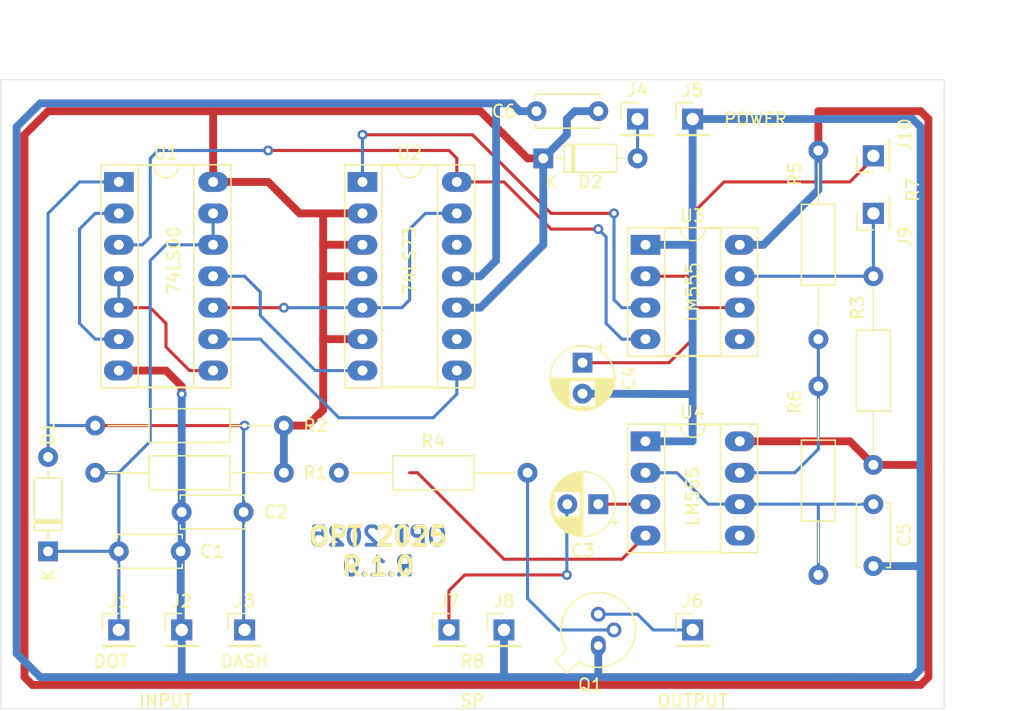
<source format=kicad_pcb>
(kicad_pcb (version 20171130) (host pcbnew "(5.1.10)-1")

  (general
    (thickness 1.6)
    (drawings 17)
    (tracks 204)
    (zones 0)
    (modules 32)
    (nets 25)
  )

  (page A4)
  (layers
    (0 F.Cu signal)
    (31 B.Cu signal)
    (32 B.Adhes user)
    (33 F.Adhes user)
    (34 B.Paste user)
    (35 F.Paste user)
    (36 B.SilkS user)
    (37 F.SilkS user)
    (38 B.Mask user)
    (39 F.Mask user)
    (40 Dwgs.User user)
    (41 Cmts.User user)
    (42 Eco1.User user)
    (43 Eco2.User user)
    (44 Edge.Cuts user)
    (45 Margin user)
    (46 B.CrtYd user)
    (47 F.CrtYd user)
    (48 B.Fab user)
    (49 F.Fab user hide)
  )

  (setup
    (last_trace_width 0.25)
    (trace_clearance 0.2)
    (zone_clearance 0.508)
    (zone_45_only no)
    (trace_min 0.2)
    (via_size 0.8)
    (via_drill 0.4)
    (via_min_size 0.4)
    (via_min_drill 0.3)
    (uvia_size 0.3)
    (uvia_drill 0.1)
    (uvias_allowed no)
    (uvia_min_size 0.2)
    (uvia_min_drill 0.1)
    (edge_width 0.05)
    (segment_width 0.2)
    (pcb_text_width 0.3)
    (pcb_text_size 1.5 1.5)
    (mod_edge_width 0.12)
    (mod_text_size 1 1)
    (mod_text_width 0.15)
    (pad_size 1.7 1.7)
    (pad_drill 1)
    (pad_to_mask_clearance 0)
    (aux_axis_origin 0 0)
    (visible_elements 7FFFFFFF)
    (pcbplotparams
      (layerselection 0x010fc_ffffffff)
      (usegerberextensions false)
      (usegerberattributes true)
      (usegerberadvancedattributes true)
      (creategerberjobfile true)
      (excludeedgelayer true)
      (linewidth 0.100000)
      (plotframeref false)
      (viasonmask false)
      (mode 1)
      (useauxorigin false)
      (hpglpennumber 1)
      (hpglpenspeed 20)
      (hpglpendiameter 15.000000)
      (psnegative false)
      (psa4output false)
      (plotreference true)
      (plotvalue true)
      (plotinvisibletext false)
      (padsonsilk false)
      (subtractmaskfromsilk false)
      (outputformat 1)
      (mirror false)
      (drillshape 1)
      (scaleselection 1)
      (outputdirectory ""))
  )

  (net 0 "")
  (net 1 GND)
  (net 2 "Net-(C1-Pad1)")
  (net 3 "Net-(C2-Pad2)")
  (net 4 "Net-(C3-Pad2)")
  (net 5 "Net-(C3-Pad1)")
  (net 6 "Net-(C4-Pad1)")
  (net 7 "Net-(C5-Pad1)")
  (net 8 VCC)
  (net 9 "Net-(D2-Pad1)")
  (net 10 "Net-(J6-Pad1)")
  (net 11 "Net-(Q1-Pad2)")
  (net 12 "Net-(R4-Pad2)")
  (net 13 "Net-(R5-Pad2)")
  (net 14 "Net-(U1-Pad2)")
  (net 15 "Net-(U1-Pad11)")
  (net 16 "Net-(U1-Pad10)")
  (net 17 "Net-(U1-Pad3)")
  (net 18 "Net-(U1-Pad9)")
  (net 19 "Net-(U2-Pad12)")
  (net 20 "Net-(U2-Pad9)")
  (net 21 "Net-(U3-Pad5)")
  (net 22 "Net-(U4-Pad5)")
  (net 23 "Net-(U2-Pad1)")
  (net 24 "Net-(J9-Pad1)")

  (net_class Default "This is the default net class."
    (clearance 0.2)
    (trace_width 0.25)
    (via_dia 0.8)
    (via_drill 0.4)
    (uvia_dia 0.3)
    (uvia_drill 0.1)
    (add_net GND)
    (add_net "Net-(C1-Pad1)")
    (add_net "Net-(C2-Pad2)")
    (add_net "Net-(C3-Pad1)")
    (add_net "Net-(C3-Pad2)")
    (add_net "Net-(C4-Pad1)")
    (add_net "Net-(C5-Pad1)")
    (add_net "Net-(D2-Pad1)")
    (add_net "Net-(J6-Pad1)")
    (add_net "Net-(J9-Pad1)")
    (add_net "Net-(Q1-Pad2)")
    (add_net "Net-(R4-Pad2)")
    (add_net "Net-(R5-Pad2)")
    (add_net "Net-(U1-Pad10)")
    (add_net "Net-(U1-Pad11)")
    (add_net "Net-(U1-Pad2)")
    (add_net "Net-(U1-Pad3)")
    (add_net "Net-(U1-Pad9)")
    (add_net "Net-(U2-Pad1)")
    (add_net "Net-(U2-Pad12)")
    (add_net "Net-(U2-Pad9)")
    (add_net "Net-(U3-Pad5)")
    (add_net "Net-(U4-Pad5)")
    (add_net VCC)
  )

  (module MountingHole:MountingHole_3.2mm_M3 (layer F.Cu) (tedit 56D1B4CB) (tstamp 68DD65C9)
    (at 76.2 50.165)
    (descr "Mounting Hole 3.2mm, no annular, M3")
    (tags "mounting hole 3.2mm no annular m3")
    (attr virtual)
    (fp_text reference REF** (at 0 -4.2) (layer F.Fab)
      (effects (font (size 1 1) (thickness 0.15)))
    )
    (fp_text value MountingHole_3.2mm_M3 (at 0 4.2) (layer F.Fab)
      (effects (font (size 1 1) (thickness 0.15)))
    )
    (fp_text user %R (at 0.3 0) (layer F.Fab)
      (effects (font (size 1 1) (thickness 0.15)))
    )
    (fp_circle (center 0 0) (end 3.45 0) (layer F.CrtYd) (width 0.05))
    (fp_circle (center 0 0) (end 3.2 0) (layer Cmts.User) (width 0.15))
    (pad 1 np_thru_hole circle (at 0 0) (size 3.2 3.2) (drill 3.2) (layers *.Cu *.Mask))
  )

  (module MountingHole:MountingHole_3.2mm_M3 (layer F.Cu) (tedit 56D1B4CB) (tstamp 68DD62FD)
    (at 101.6 76.2)
    (descr "Mounting Hole 3.2mm, no annular, M3")
    (tags "mounting hole 3.2mm no annular m3")
    (attr virtual)
    (fp_text reference REF** (at 0 -4.2) (layer F.Fab)
      (effects (font (size 1 1) (thickness 0.15)))
    )
    (fp_text value MountingHole_3.2mm_M3 (at 0 4.2) (layer F.Fab)
      (effects (font (size 1 1) (thickness 0.15)))
    )
    (fp_text user %R (at 0.3 0) (layer F.Fab)
      (effects (font (size 1 1) (thickness 0.15)))
    )
    (fp_circle (center 0 0) (end 3.45 0) (layer F.CrtYd) (width 0.05))
    (fp_circle (center 0 0) (end 3.2 0) (layer Cmts.User) (width 0.15))
    (pad 1 np_thru_hole circle (at 0 0) (size 3.2 3.2) (drill 3.2) (layers *.Cu *.Mask))
  )

  (module MountingHole:MountingHole_3.2mm_M3 (layer F.Cu) (tedit 56D1B4CB) (tstamp 68DDEEE8)
    (at 59.055 76.2)
    (descr "Mounting Hole 3.2mm, no annular, M3")
    (tags "mounting hole 3.2mm no annular m3")
    (attr virtual)
    (fp_text reference REF** (at 0 -4.2) (layer F.Fab)
      (effects (font (size 1 1) (thickness 0.15)))
    )
    (fp_text value MountingHole_3.2mm_M3 (at 0 4.2) (layer F.Fab)
      (effects (font (size 1 1) (thickness 0.15)))
    )
    (fp_circle (center 0 0) (end 3.2 0) (layer Cmts.User) (width 0.15))
    (fp_circle (center 0 0) (end 3.45 0) (layer F.CrtYd) (width 0.05))
    (fp_text user %R (at 0.3 0) (layer F.Fab)
      (effects (font (size 1 1) (thickness 0.15)))
    )
    (pad 1 np_thru_hole circle (at 0 0) (size 3.2 3.2) (drill 3.2) (layers *.Cu *.Mask))
  )

  (module Connector_PinHeader_2.54mm:PinHeader_1x01_P2.54mm_Vertical (layer F.Cu) (tedit 59FED5CC) (tstamp 68DDE85F)
    (at 102.235 37.895 90)
    (descr "Through hole straight pin header, 1x01, 2.54mm pitch, single row")
    (tags "Through hole pin header THT 1x01 2.54mm single row")
    (path /68EE5A44)
    (fp_text reference J10 (at 1.7 2.54 90) (layer F.SilkS)
      (effects (font (size 1 1) (thickness 0.15)))
    )
    (fp_text value Conn_01x01_Female (at 0 2.33 90) (layer F.Fab)
      (effects (font (size 1 1) (thickness 0.15)))
    )
    (fp_line (start -0.635 -1.27) (end 1.27 -1.27) (layer F.Fab) (width 0.1))
    (fp_line (start 1.27 -1.27) (end 1.27 1.27) (layer F.Fab) (width 0.1))
    (fp_line (start 1.27 1.27) (end -1.27 1.27) (layer F.Fab) (width 0.1))
    (fp_line (start -1.27 1.27) (end -1.27 -0.635) (layer F.Fab) (width 0.1))
    (fp_line (start -1.27 -0.635) (end -0.635 -1.27) (layer F.Fab) (width 0.1))
    (fp_line (start -1.33 1.33) (end 1.33 1.33) (layer F.SilkS) (width 0.12))
    (fp_line (start -1.33 1.27) (end -1.33 1.33) (layer F.SilkS) (width 0.12))
    (fp_line (start 1.33 1.27) (end 1.33 1.33) (layer F.SilkS) (width 0.12))
    (fp_line (start -1.33 1.27) (end 1.33 1.27) (layer F.SilkS) (width 0.12))
    (fp_line (start -1.33 0) (end -1.33 -1.33) (layer F.SilkS) (width 0.12))
    (fp_line (start -1.33 -1.33) (end 0 -1.33) (layer F.SilkS) (width 0.12))
    (fp_line (start -1.8 -1.8) (end -1.8 1.8) (layer F.CrtYd) (width 0.05))
    (fp_line (start -1.8 1.8) (end 1.8 1.8) (layer F.CrtYd) (width 0.05))
    (fp_line (start 1.8 1.8) (end 1.8 -1.8) (layer F.CrtYd) (width 0.05))
    (fp_line (start 1.8 -1.8) (end -1.8 -1.8) (layer F.CrtYd) (width 0.05))
    (fp_text user %R (at 0 0) (layer F.Fab)
      (effects (font (size 1 1) (thickness 0.15)))
    )
    (pad 1 thru_hole rect (at 0 0 90) (size 1.7 1.7) (drill 1) (layers *.Cu *.Mask)
      (net 6 "Net-(C4-Pad1)"))
    (model ${KISYS3DMOD}/Connector_PinHeader_2.54mm.3dshapes/PinHeader_1x01_P2.54mm_Vertical.wrl
      (at (xyz 0 0 0))
      (scale (xyz 1 1 1))
      (rotate (xyz 0 0 0))
    )
  )

  (module Connector_PinHeader_2.54mm:PinHeader_1x01_P2.54mm_Vertical (layer F.Cu) (tedit 59FED5CC) (tstamp 68DDE84A)
    (at 102.235 42.545 90)
    (descr "Through hole straight pin header, 1x01, 2.54mm pitch, single row")
    (tags "Through hole pin header THT 1x01 2.54mm single row")
    (path /68EE5512)
    (fp_text reference J9 (at -1.905 2.54 90) (layer F.SilkS)
      (effects (font (size 1 1) (thickness 0.15)))
    )
    (fp_text value Conn_01x01_Female (at 0 2.33 90) (layer F.Fab)
      (effects (font (size 1 1) (thickness 0.15)))
    )
    (fp_line (start -0.635 -1.27) (end 1.27 -1.27) (layer F.Fab) (width 0.1))
    (fp_line (start 1.27 -1.27) (end 1.27 1.27) (layer F.Fab) (width 0.1))
    (fp_line (start 1.27 1.27) (end -1.27 1.27) (layer F.Fab) (width 0.1))
    (fp_line (start -1.27 1.27) (end -1.27 -0.635) (layer F.Fab) (width 0.1))
    (fp_line (start -1.27 -0.635) (end -0.635 -1.27) (layer F.Fab) (width 0.1))
    (fp_line (start -1.33 1.33) (end 1.33 1.33) (layer F.SilkS) (width 0.12))
    (fp_line (start -1.33 1.27) (end -1.33 1.33) (layer F.SilkS) (width 0.12))
    (fp_line (start 1.33 1.27) (end 1.33 1.33) (layer F.SilkS) (width 0.12))
    (fp_line (start -1.33 1.27) (end 1.33 1.27) (layer F.SilkS) (width 0.12))
    (fp_line (start -1.33 0) (end -1.33 -1.33) (layer F.SilkS) (width 0.12))
    (fp_line (start -1.33 -1.33) (end 0 -1.33) (layer F.SilkS) (width 0.12))
    (fp_line (start -1.8 -1.8) (end -1.8 1.8) (layer F.CrtYd) (width 0.05))
    (fp_line (start -1.8 1.8) (end 1.8 1.8) (layer F.CrtYd) (width 0.05))
    (fp_line (start 1.8 1.8) (end 1.8 -1.8) (layer F.CrtYd) (width 0.05))
    (fp_line (start 1.8 -1.8) (end -1.8 -1.8) (layer F.CrtYd) (width 0.05))
    (fp_text user %R (at 0 0) (layer F.Fab)
      (effects (font (size 1 1) (thickness 0.15)))
    )
    (pad 1 thru_hole rect (at 0 0 90) (size 1.7 1.7) (drill 1) (layers *.Cu *.Mask)
      (net 24 "Net-(J9-Pad1)"))
    (model ${KISYS3DMOD}/Connector_PinHeader_2.54mm.3dshapes/PinHeader_1x01_P2.54mm_Vertical.wrl
      (at (xyz 0 0 0))
      (scale (xyz 1 1 1))
      (rotate (xyz 0 0 0))
    )
  )

  (module Package_TO_SOT_THT:TO-18-3 (layer F.Cu) (tedit 68DD5EC7) (tstamp 68DDD678)
    (at 80.01 77.47 90)
    (descr TO-18-3)
    (tags TO-18-3)
    (path /65B8CB0A)
    (fp_text reference Q1 (at -3.175 -0.635 180) (layer F.SilkS)
      (effects (font (size 1 1) (thickness 0.15)))
    )
    (fp_text value 2N2222 (at 1.27 4.02 90) (layer F.Fab)
      (effects (font (size 1 1) (thickness 0.15)))
    )
    (fp_line (start -0.329057 -2.419301) (end -1.156372 -3.246616) (layer F.Fab) (width 0.1))
    (fp_line (start -1.156372 -3.246616) (end -1.976616 -2.426372) (layer F.Fab) (width 0.1))
    (fp_line (start -1.976616 -2.426372) (end -1.149301 -1.599057) (layer F.Fab) (width 0.1))
    (fp_line (start -0.312331 -2.572281) (end -1.224499 -3.484448) (layer F.SilkS) (width 0.12))
    (fp_line (start -1.224499 -3.484448) (end -2.214448 -2.494499) (layer F.SilkS) (width 0.12))
    (fp_line (start -2.214448 -2.494499) (end -1.302281 -1.582331) (layer F.SilkS) (width 0.12))
    (fp_line (start -2.23 -3.5) (end -2.23 3.15) (layer F.CrtYd) (width 0.05))
    (fp_line (start -2.23 3.15) (end 4.42 3.15) (layer F.CrtYd) (width 0.05))
    (fp_line (start 4.42 3.15) (end 4.42 -3.5) (layer F.CrtYd) (width 0.05))
    (fp_line (start 4.42 -3.5) (end -2.23 -3.5) (layer F.CrtYd) (width 0.05))
    (fp_circle (center 1.27 0) (end 3.67 0) (layer F.Fab) (width 0.1))
    (fp_arc (start 1.27 0) (end -0.312331 -2.572281) (angle 333.2) (layer F.SilkS) (width 0.12))
    (fp_arc (start 1.27 0) (end -0.329057 -2.419301) (angle 336.9) (layer F.Fab) (width 0.1))
    (fp_text user %R (at 1.27 -4.02 90) (layer F.Fab)
      (effects (font (size 1 1) (thickness 0.15)))
    )
    (pad 1 thru_hole oval (at 2.54 0 90) (size 1.2 1.2) (drill 0.7) (layers *.Cu *.Mask)
      (net 10 "Net-(J6-Pad1)"))
    (pad 2 thru_hole oval (at 1.27 1.27 90) (size 1.2 1.2) (drill 0.7) (layers *.Cu *.Mask)
      (net 11 "Net-(Q1-Pad2)"))
    (pad 3 thru_hole oval (at 0 0 90) (size 1.6 1.2) (drill 0.7) (layers *.Cu *.Mask)
      (net 1 GND))
    (model ${KISYS3DMOD}/Package_TO_SOT_THT.3dshapes/TO-18-3.wrl
      (at (xyz 0 0 0))
      (scale (xyz 1 1 1))
      (rotate (xyz 0 0 0))
    )
  )

  (module Package_DIP:DIP-8_W7.62mm_Socket_LongPads (layer F.Cu) (tedit 5A02E8C5) (tstamp 68DD1015)
    (at 83.82 60.96)
    (descr "8-lead though-hole mounted DIP package, row spacing 7.62 mm (300 mils), Socket, LongPads")
    (tags "THT DIP DIL PDIP 2.54mm 7.62mm 300mil Socket LongPads")
    (path /65B9B19F)
    (fp_text reference U4 (at 3.81 -2.33) (layer F.SilkS)
      (effects (font (size 1 1) (thickness 0.15)))
    )
    (fp_text value LM555 (at 3.81 4.445 90) (layer F.SilkS)
      (effects (font (size 1 1) (thickness 0.15)))
    )
    (fp_line (start 1.635 -1.27) (end 6.985 -1.27) (layer F.Fab) (width 0.1))
    (fp_line (start 6.985 -1.27) (end 6.985 8.89) (layer F.Fab) (width 0.1))
    (fp_line (start 6.985 8.89) (end 0.635 8.89) (layer F.Fab) (width 0.1))
    (fp_line (start 0.635 8.89) (end 0.635 -0.27) (layer F.Fab) (width 0.1))
    (fp_line (start 0.635 -0.27) (end 1.635 -1.27) (layer F.Fab) (width 0.1))
    (fp_line (start -1.27 -1.33) (end -1.27 8.95) (layer F.Fab) (width 0.1))
    (fp_line (start -1.27 8.95) (end 8.89 8.95) (layer F.Fab) (width 0.1))
    (fp_line (start 8.89 8.95) (end 8.89 -1.33) (layer F.Fab) (width 0.1))
    (fp_line (start 8.89 -1.33) (end -1.27 -1.33) (layer F.Fab) (width 0.1))
    (fp_line (start 2.81 -1.33) (end 1.56 -1.33) (layer F.SilkS) (width 0.12))
    (fp_line (start 1.56 -1.33) (end 1.56 8.95) (layer F.SilkS) (width 0.12))
    (fp_line (start 1.56 8.95) (end 6.06 8.95) (layer F.SilkS) (width 0.12))
    (fp_line (start 6.06 8.95) (end 6.06 -1.33) (layer F.SilkS) (width 0.12))
    (fp_line (start 6.06 -1.33) (end 4.81 -1.33) (layer F.SilkS) (width 0.12))
    (fp_line (start -1.44 -1.39) (end -1.44 9.01) (layer F.SilkS) (width 0.12))
    (fp_line (start -1.44 9.01) (end 9.06 9.01) (layer F.SilkS) (width 0.12))
    (fp_line (start 9.06 9.01) (end 9.06 -1.39) (layer F.SilkS) (width 0.12))
    (fp_line (start 9.06 -1.39) (end -1.44 -1.39) (layer F.SilkS) (width 0.12))
    (fp_line (start -1.55 -1.6) (end -1.55 9.2) (layer F.CrtYd) (width 0.05))
    (fp_line (start -1.55 9.2) (end 9.15 9.2) (layer F.CrtYd) (width 0.05))
    (fp_line (start 9.15 9.2) (end 9.15 -1.6) (layer F.CrtYd) (width 0.05))
    (fp_line (start 9.15 -1.6) (end -1.55 -1.6) (layer F.CrtYd) (width 0.05))
    (fp_text user %R (at 3.81 3.81) (layer F.Fab)
      (effects (font (size 1 1) (thickness 0.15)))
    )
    (fp_arc (start 3.81 -1.33) (end 2.81 -1.33) (angle -180) (layer F.SilkS) (width 0.12))
    (pad 8 thru_hole oval (at 7.62 0) (size 2.4 1.6) (drill 0.8) (layers *.Cu *.Mask)
      (net 8 VCC))
    (pad 4 thru_hole oval (at 0 7.62) (size 2.4 1.6) (drill 0.8) (layers *.Cu *.Mask)
      (net 12 "Net-(R4-Pad2)"))
    (pad 7 thru_hole oval (at 7.62 2.54) (size 2.4 1.6) (drill 0.8) (layers *.Cu *.Mask)
      (net 13 "Net-(R5-Pad2)"))
    (pad 3 thru_hole oval (at 0 5.08) (size 2.4 1.6) (drill 0.8) (layers *.Cu *.Mask)
      (net 5 "Net-(C3-Pad1)"))
    (pad 6 thru_hole oval (at 7.62 5.08) (size 2.4 1.6) (drill 0.8) (layers *.Cu *.Mask)
      (net 7 "Net-(C5-Pad1)"))
    (pad 2 thru_hole oval (at 0 2.54) (size 2.4 1.6) (drill 0.8) (layers *.Cu *.Mask)
      (net 7 "Net-(C5-Pad1)"))
    (pad 5 thru_hole oval (at 7.62 7.62) (size 2.4 1.6) (drill 0.8) (layers *.Cu *.Mask)
      (net 22 "Net-(U4-Pad5)"))
    (pad 1 thru_hole rect (at 0 0) (size 2.4 1.6) (drill 0.8) (layers *.Cu *.Mask)
      (net 1 GND))
    (model ${KISYS3DMOD}/Package_DIP.3dshapes/DIP-8_W7.62mm_Socket.wrl
      (at (xyz 0 0 0))
      (scale (xyz 1 1 1))
      (rotate (xyz 0 0 0))
    )
  )

  (module Package_DIP:DIP-8_W7.62mm_Socket_LongPads (layer F.Cu) (tedit 5A02E8C5) (tstamp 68DD5F10)
    (at 83.82 45.085)
    (descr "8-lead though-hole mounted DIP package, row spacing 7.62 mm (300 mils), Socket, LongPads")
    (tags "THT DIP DIL PDIP 2.54mm 7.62mm 300mil Socket LongPads")
    (path /65B99D24)
    (fp_text reference U3 (at 3.81 -2.33) (layer F.SilkS)
      (effects (font (size 1 1) (thickness 0.15)))
    )
    (fp_text value LM555 (at 3.81 3.81 90) (layer F.SilkS)
      (effects (font (size 1 1) (thickness 0.15)))
    )
    (fp_line (start 1.635 -1.27) (end 6.985 -1.27) (layer F.Fab) (width 0.1))
    (fp_line (start 6.985 -1.27) (end 6.985 8.89) (layer F.Fab) (width 0.1))
    (fp_line (start 6.985 8.89) (end 0.635 8.89) (layer F.Fab) (width 0.1))
    (fp_line (start 0.635 8.89) (end 0.635 -0.27) (layer F.Fab) (width 0.1))
    (fp_line (start 0.635 -0.27) (end 1.635 -1.27) (layer F.Fab) (width 0.1))
    (fp_line (start -1.27 -1.33) (end -1.27 8.95) (layer F.Fab) (width 0.1))
    (fp_line (start -1.27 8.95) (end 8.89 8.95) (layer F.Fab) (width 0.1))
    (fp_line (start 8.89 8.95) (end 8.89 -1.33) (layer F.Fab) (width 0.1))
    (fp_line (start 8.89 -1.33) (end -1.27 -1.33) (layer F.Fab) (width 0.1))
    (fp_line (start 2.81 -1.33) (end 1.56 -1.33) (layer F.SilkS) (width 0.12))
    (fp_line (start 1.56 -1.33) (end 1.56 8.95) (layer F.SilkS) (width 0.12))
    (fp_line (start 1.56 8.95) (end 6.06 8.95) (layer F.SilkS) (width 0.12))
    (fp_line (start 6.06 8.95) (end 6.06 -1.33) (layer F.SilkS) (width 0.12))
    (fp_line (start 6.06 -1.33) (end 4.81 -1.33) (layer F.SilkS) (width 0.12))
    (fp_line (start -1.44 -1.39) (end -1.44 9.01) (layer F.SilkS) (width 0.12))
    (fp_line (start -1.44 9.01) (end 9.06 9.01) (layer F.SilkS) (width 0.12))
    (fp_line (start 9.06 9.01) (end 9.06 -1.39) (layer F.SilkS) (width 0.12))
    (fp_line (start 9.06 -1.39) (end -1.44 -1.39) (layer F.SilkS) (width 0.12))
    (fp_line (start -1.55 -1.6) (end -1.55 9.2) (layer F.CrtYd) (width 0.05))
    (fp_line (start -1.55 9.2) (end 9.15 9.2) (layer F.CrtYd) (width 0.05))
    (fp_line (start 9.15 9.2) (end 9.15 -1.6) (layer F.CrtYd) (width 0.05))
    (fp_line (start 9.15 -1.6) (end -1.55 -1.6) (layer F.CrtYd) (width 0.05))
    (fp_text user %R (at 3.81 3.81) (layer F.Fab)
      (effects (font (size 1 1) (thickness 0.15)))
    )
    (fp_arc (start 3.81 -1.33) (end 2.81 -1.33) (angle -180) (layer F.SilkS) (width 0.12))
    (pad 8 thru_hole oval (at 7.62 0) (size 2.4 1.6) (drill 0.8) (layers *.Cu *.Mask)
      (net 8 VCC))
    (pad 4 thru_hole oval (at 0 7.62) (size 2.4 1.6) (drill 0.8) (layers *.Cu *.Mask)
      (net 17 "Net-(U1-Pad3)"))
    (pad 7 thru_hole oval (at 7.62 2.54) (size 2.4 1.6) (drill 0.8) (layers *.Cu *.Mask)
      (net 24 "Net-(J9-Pad1)"))
    (pad 3 thru_hole oval (at 0 5.08) (size 2.4 1.6) (drill 0.8) (layers *.Cu *.Mask)
      (net 23 "Net-(U2-Pad1)"))
    (pad 6 thru_hole oval (at 7.62 5.08) (size 2.4 1.6) (drill 0.8) (layers *.Cu *.Mask)
      (net 6 "Net-(C4-Pad1)"))
    (pad 2 thru_hole oval (at 0 2.54) (size 2.4 1.6) (drill 0.8) (layers *.Cu *.Mask)
      (net 6 "Net-(C4-Pad1)"))
    (pad 5 thru_hole oval (at 7.62 7.62) (size 2.4 1.6) (drill 0.8) (layers *.Cu *.Mask)
      (net 21 "Net-(U3-Pad5)"))
    (pad 1 thru_hole rect (at 0 0) (size 2.4 1.6) (drill 0.8) (layers *.Cu *.Mask)
      (net 1 GND))
    (model ${KISYS3DMOD}/Package_DIP.3dshapes/DIP-8_W7.62mm_Socket.wrl
      (at (xyz 0 0 0))
      (scale (xyz 1 1 1))
      (rotate (xyz 0 0 0))
    )
  )

  (module Package_DIP:DIP-14_W7.62mm_Socket_LongPads (layer F.Cu) (tedit 5A02E8C5) (tstamp 68DD5D80)
    (at 60.96 40.005)
    (descr "14-lead though-hole mounted DIP package, row spacing 7.62 mm (300 mils), Socket, LongPads")
    (tags "THT DIP DIL PDIP 2.54mm 7.62mm 300mil Socket LongPads")
    (path /65B757F9)
    (fp_text reference U2 (at 3.81 -2.33) (layer F.SilkS)
      (effects (font (size 1 1) (thickness 0.15)))
    )
    (fp_text value 74LS73 (at 3.81 6.35 90) (layer F.SilkS)
      (effects (font (size 1 1) (thickness 0.15)))
    )
    (fp_line (start 1.635 -1.27) (end 6.985 -1.27) (layer F.Fab) (width 0.1))
    (fp_line (start 6.985 -1.27) (end 6.985 16.51) (layer F.Fab) (width 0.1))
    (fp_line (start 6.985 16.51) (end 0.635 16.51) (layer F.Fab) (width 0.1))
    (fp_line (start 0.635 16.51) (end 0.635 -0.27) (layer F.Fab) (width 0.1))
    (fp_line (start 0.635 -0.27) (end 1.635 -1.27) (layer F.Fab) (width 0.1))
    (fp_line (start -1.27 -1.33) (end -1.27 16.57) (layer F.Fab) (width 0.1))
    (fp_line (start -1.27 16.57) (end 8.89 16.57) (layer F.Fab) (width 0.1))
    (fp_line (start 8.89 16.57) (end 8.89 -1.33) (layer F.Fab) (width 0.1))
    (fp_line (start 8.89 -1.33) (end -1.27 -1.33) (layer F.Fab) (width 0.1))
    (fp_line (start 2.81 -1.33) (end 1.56 -1.33) (layer F.SilkS) (width 0.12))
    (fp_line (start 1.56 -1.33) (end 1.56 16.57) (layer F.SilkS) (width 0.12))
    (fp_line (start 1.56 16.57) (end 6.06 16.57) (layer F.SilkS) (width 0.12))
    (fp_line (start 6.06 16.57) (end 6.06 -1.33) (layer F.SilkS) (width 0.12))
    (fp_line (start 6.06 -1.33) (end 4.81 -1.33) (layer F.SilkS) (width 0.12))
    (fp_line (start -1.44 -1.39) (end -1.44 16.63) (layer F.SilkS) (width 0.12))
    (fp_line (start -1.44 16.63) (end 9.06 16.63) (layer F.SilkS) (width 0.12))
    (fp_line (start 9.06 16.63) (end 9.06 -1.39) (layer F.SilkS) (width 0.12))
    (fp_line (start 9.06 -1.39) (end -1.44 -1.39) (layer F.SilkS) (width 0.12))
    (fp_line (start -1.55 -1.6) (end -1.55 16.85) (layer F.CrtYd) (width 0.05))
    (fp_line (start -1.55 16.85) (end 9.15 16.85) (layer F.CrtYd) (width 0.05))
    (fp_line (start 9.15 16.85) (end 9.15 -1.6) (layer F.CrtYd) (width 0.05))
    (fp_line (start 9.15 -1.6) (end -1.55 -1.6) (layer F.CrtYd) (width 0.05))
    (fp_text user %R (at 3.81 7.62) (layer F.Fab)
      (effects (font (size 1 1) (thickness 0.15)))
    )
    (fp_arc (start 3.81 -1.33) (end 2.81 -1.33) (angle -180) (layer F.SilkS) (width 0.12))
    (pad 14 thru_hole oval (at 7.62 0) (size 2.4 1.6) (drill 0.8) (layers *.Cu *.Mask)
      (net 17 "Net-(U1-Pad3)"))
    (pad 7 thru_hole oval (at 0 15.24) (size 2.4 1.6) (drill 0.8) (layers *.Cu *.Mask)
      (net 15 "Net-(U1-Pad11)"))
    (pad 13 thru_hole oval (at 7.62 2.54) (size 2.4 1.6) (drill 0.8) (layers *.Cu *.Mask)
      (net 16 "Net-(U1-Pad10)"))
    (pad 6 thru_hole oval (at 0 12.7) (size 2.4 1.6) (drill 0.8) (layers *.Cu *.Mask)
      (net 8 VCC))
    (pad 12 thru_hole oval (at 7.62 5.08) (size 2.4 1.6) (drill 0.8) (layers *.Cu *.Mask)
      (net 19 "Net-(U2-Pad12)"))
    (pad 5 thru_hole oval (at 0 10.16) (size 2.4 1.6) (drill 0.8) (layers *.Cu *.Mask)
      (net 16 "Net-(U1-Pad10)"))
    (pad 11 thru_hole oval (at 7.62 7.62) (size 2.4 1.6) (drill 0.8) (layers *.Cu *.Mask)
      (net 1 GND))
    (pad 4 thru_hole oval (at 0 7.62) (size 2.4 1.6) (drill 0.8) (layers *.Cu *.Mask)
      (net 8 VCC))
    (pad 10 thru_hole oval (at 7.62 10.16) (size 2.4 1.6) (drill 0.8) (layers *.Cu *.Mask)
      (net 8 VCC))
    (pad 3 thru_hole oval (at 0 5.08) (size 2.4 1.6) (drill 0.8) (layers *.Cu *.Mask)
      (net 8 VCC))
    (pad 9 thru_hole oval (at 7.62 12.7) (size 2.4 1.6) (drill 0.8) (layers *.Cu *.Mask)
      (net 20 "Net-(U2-Pad9)"))
    (pad 2 thru_hole oval (at 0 2.54) (size 2.4 1.6) (drill 0.8) (layers *.Cu *.Mask)
      (net 8 VCC))
    (pad 8 thru_hole oval (at 7.62 15.24) (size 2.4 1.6) (drill 0.8) (layers *.Cu *.Mask)
      (net 18 "Net-(U1-Pad9)"))
    (pad 1 thru_hole rect (at 0 0) (size 2.4 1.6) (drill 0.8) (layers *.Cu *.Mask)
      (net 23 "Net-(U2-Pad1)"))
    (model ${KISYS3DMOD}/Package_DIP.3dshapes/DIP-14_W7.62mm_Socket.wrl
      (at (xyz 0 0 0))
      (scale (xyz 1 1 1))
      (rotate (xyz 0 0 0))
    )
  )

  (module Package_DIP:DIP-14_W7.62mm_Socket_LongPads (layer F.Cu) (tedit 5A02E8C5) (tstamp 68DD0FA3)
    (at 41.275 40.005)
    (descr "14-lead though-hole mounted DIP package, row spacing 7.62 mm (300 mils), Socket, LongPads")
    (tags "THT DIP DIL PDIP 2.54mm 7.62mm 300mil Socket LongPads")
    (path /65B71138)
    (fp_text reference U1 (at 3.81 -2.33) (layer F.SilkS)
      (effects (font (size 1 1) (thickness 0.15)))
    )
    (fp_text value 74LS00 (at 4.445 6.35 90) (layer F.SilkS)
      (effects (font (size 1 1) (thickness 0.15)))
    )
    (fp_line (start 1.635 -1.27) (end 6.985 -1.27) (layer F.Fab) (width 0.1))
    (fp_line (start 6.985 -1.27) (end 6.985 16.51) (layer F.Fab) (width 0.1))
    (fp_line (start 6.985 16.51) (end 0.635 16.51) (layer F.Fab) (width 0.1))
    (fp_line (start 0.635 16.51) (end 0.635 -0.27) (layer F.Fab) (width 0.1))
    (fp_line (start 0.635 -0.27) (end 1.635 -1.27) (layer F.Fab) (width 0.1))
    (fp_line (start -1.27 -1.33) (end -1.27 16.57) (layer F.Fab) (width 0.1))
    (fp_line (start -1.27 16.57) (end 8.89 16.57) (layer F.Fab) (width 0.1))
    (fp_line (start 8.89 16.57) (end 8.89 -1.33) (layer F.Fab) (width 0.1))
    (fp_line (start 8.89 -1.33) (end -1.27 -1.33) (layer F.Fab) (width 0.1))
    (fp_line (start 2.81 -1.33) (end 1.56 -1.33) (layer F.SilkS) (width 0.12))
    (fp_line (start 1.56 -1.33) (end 1.56 16.57) (layer F.SilkS) (width 0.12))
    (fp_line (start 1.56 16.57) (end 6.06 16.57) (layer F.SilkS) (width 0.12))
    (fp_line (start 6.06 16.57) (end 6.06 -1.33) (layer F.SilkS) (width 0.12))
    (fp_line (start 6.06 -1.33) (end 4.81 -1.33) (layer F.SilkS) (width 0.12))
    (fp_line (start -1.44 -1.39) (end -1.44 16.63) (layer F.SilkS) (width 0.12))
    (fp_line (start -1.44 16.63) (end 9.06 16.63) (layer F.SilkS) (width 0.12))
    (fp_line (start 9.06 16.63) (end 9.06 -1.39) (layer F.SilkS) (width 0.12))
    (fp_line (start 9.06 -1.39) (end -1.44 -1.39) (layer F.SilkS) (width 0.12))
    (fp_line (start -1.55 -1.6) (end -1.55 16.85) (layer F.CrtYd) (width 0.05))
    (fp_line (start -1.55 16.85) (end 9.15 16.85) (layer F.CrtYd) (width 0.05))
    (fp_line (start 9.15 16.85) (end 9.15 -1.6) (layer F.CrtYd) (width 0.05))
    (fp_line (start 9.15 -1.6) (end -1.55 -1.6) (layer F.CrtYd) (width 0.05))
    (fp_text user %R (at 3.81 7.62) (layer F.Fab)
      (effects (font (size 1 1) (thickness 0.15)))
    )
    (fp_arc (start 3.81 -1.33) (end 2.81 -1.33) (angle -180) (layer F.SilkS) (width 0.12))
    (pad 14 thru_hole oval (at 7.62 0) (size 2.4 1.6) (drill 0.8) (layers *.Cu *.Mask)
      (net 8 VCC))
    (pad 7 thru_hole oval (at 0 15.24) (size 2.4 1.6) (drill 0.8) (layers *.Cu *.Mask)
      (net 1 GND))
    (pad 13 thru_hole oval (at 7.62 2.54) (size 2.4 1.6) (drill 0.8) (layers *.Cu *.Mask)
      (net 2 "Net-(C1-Pad1)"))
    (pad 6 thru_hole oval (at 0 12.7) (size 2.4 1.6) (drill 0.8) (layers *.Cu *.Mask)
      (net 14 "Net-(U1-Pad2)"))
    (pad 12 thru_hole oval (at 7.62 5.08) (size 2.4 1.6) (drill 0.8) (layers *.Cu *.Mask)
      (net 2 "Net-(C1-Pad1)"))
    (pad 5 thru_hole oval (at 0 10.16) (size 2.4 1.6) (drill 0.8) (layers *.Cu *.Mask)
      (net 12 "Net-(R4-Pad2)"))
    (pad 11 thru_hole oval (at 7.62 7.62) (size 2.4 1.6) (drill 0.8) (layers *.Cu *.Mask)
      (net 15 "Net-(U1-Pad11)"))
    (pad 4 thru_hole oval (at 0 7.62) (size 2.4 1.6) (drill 0.8) (layers *.Cu *.Mask)
      (net 12 "Net-(R4-Pad2)"))
    (pad 10 thru_hole oval (at 7.62 10.16) (size 2.4 1.6) (drill 0.8) (layers *.Cu *.Mask)
      (net 16 "Net-(U1-Pad10)"))
    (pad 3 thru_hole oval (at 0 5.08) (size 2.4 1.6) (drill 0.8) (layers *.Cu *.Mask)
      (net 17 "Net-(U1-Pad3)"))
    (pad 9 thru_hole oval (at 7.62 12.7) (size 2.4 1.6) (drill 0.8) (layers *.Cu *.Mask)
      (net 18 "Net-(U1-Pad9)"))
    (pad 2 thru_hole oval (at 0 2.54) (size 2.4 1.6) (drill 0.8) (layers *.Cu *.Mask)
      (net 14 "Net-(U1-Pad2)"))
    (pad 8 thru_hole oval (at 7.62 15.24) (size 2.4 1.6) (drill 0.8) (layers *.Cu *.Mask)
      (net 12 "Net-(R4-Pad2)"))
    (pad 1 thru_hole rect (at 0 0) (size 2.4 1.6) (drill 0.8) (layers *.Cu *.Mask)
      (net 3 "Net-(C2-Pad2)"))
    (model ${KISYS3DMOD}/Package_DIP.3dshapes/DIP-14_W7.62mm_Socket.wrl
      (at (xyz 0 0 0))
      (scale (xyz 1 1 1))
      (rotate (xyz 0 0 0))
    )
  )

  (module Resistor_THT:R_Axial_DIN0207_L6.3mm_D2.5mm_P15.24mm_Horizontal (layer F.Cu) (tedit 5AE5139B) (tstamp 68DD4698)
    (at 97.79 56.515 270)
    (descr "Resistor, Axial_DIN0207 series, Axial, Horizontal, pin pitch=15.24mm, 0.25W = 1/4W, length*diameter=6.3*2.5mm^2, http://cdn-reichelt.de/documents/datenblatt/B400/1_4W%23YAG.pdf")
    (tags "Resistor Axial_DIN0207 series Axial Horizontal pin pitch 15.24mm 0.25W = 1/4W length 6.3mm diameter 2.5mm")
    (path /65C3FAC0)
    (fp_text reference R6 (at 1.27 1.905 90) (layer F.SilkS)
      (effects (font (size 1 1) (thickness 0.15)))
    )
    (fp_text value 47K (at 7.62 2.37 90) (layer F.Fab)
      (effects (font (size 1 1) (thickness 0.15)))
    )
    (fp_line (start 4.47 -1.25) (end 4.47 1.25) (layer F.Fab) (width 0.1))
    (fp_line (start 4.47 1.25) (end 10.77 1.25) (layer F.Fab) (width 0.1))
    (fp_line (start 10.77 1.25) (end 10.77 -1.25) (layer F.Fab) (width 0.1))
    (fp_line (start 10.77 -1.25) (end 4.47 -1.25) (layer F.Fab) (width 0.1))
    (fp_line (start 0 0) (end 4.47 0) (layer F.Fab) (width 0.1))
    (fp_line (start 15.24 0) (end 10.77 0) (layer F.Fab) (width 0.1))
    (fp_line (start 4.35 -1.37) (end 4.35 1.37) (layer F.SilkS) (width 0.12))
    (fp_line (start 4.35 1.37) (end 10.89 1.37) (layer F.SilkS) (width 0.12))
    (fp_line (start 10.89 1.37) (end 10.89 -1.37) (layer F.SilkS) (width 0.12))
    (fp_line (start 10.89 -1.37) (end 4.35 -1.37) (layer F.SilkS) (width 0.12))
    (fp_line (start 1.04 0) (end 4.35 0) (layer F.SilkS) (width 0.12))
    (fp_line (start 14.2 0) (end 10.89 0) (layer F.SilkS) (width 0.12))
    (fp_line (start -1.05 -1.5) (end -1.05 1.5) (layer F.CrtYd) (width 0.05))
    (fp_line (start -1.05 1.5) (end 16.29 1.5) (layer F.CrtYd) (width 0.05))
    (fp_line (start 16.29 1.5) (end 16.29 -1.5) (layer F.CrtYd) (width 0.05))
    (fp_line (start 16.29 -1.5) (end -1.05 -1.5) (layer F.CrtYd) (width 0.05))
    (fp_text user %R (at 7.62 0 90) (layer F.Fab)
      (effects (font (size 1 1) (thickness 0.15)))
    )
    (pad 2 thru_hole oval (at 15.24 0 270) (size 1.6 1.6) (drill 0.8) (layers *.Cu *.Mask)
      (net 7 "Net-(C5-Pad1)"))
    (pad 1 thru_hole circle (at 0 0 270) (size 1.6 1.6) (drill 0.8) (layers *.Cu *.Mask)
      (net 13 "Net-(R5-Pad2)"))
    (model ${KISYS3DMOD}/Resistor_THT.3dshapes/R_Axial_DIN0207_L6.3mm_D2.5mm_P15.24mm_Horizontal.wrl
      (at (xyz 0 0 0))
      (scale (xyz 1 1 1))
      (rotate (xyz 0 0 0))
    )
  )

  (module Resistor_THT:R_Axial_DIN0207_L6.3mm_D2.5mm_P15.24mm_Horizontal (layer F.Cu) (tedit 5AE5139B) (tstamp 68DD0F62)
    (at 97.79 37.465 270)
    (descr "Resistor, Axial_DIN0207 series, Axial, Horizontal, pin pitch=15.24mm, 0.25W = 1/4W, length*diameter=6.3*2.5mm^2, http://cdn-reichelt.de/documents/datenblatt/B400/1_4W%23YAG.pdf")
    (tags "Resistor Axial_DIN0207 series Axial Horizontal pin pitch 15.24mm 0.25W = 1/4W length 6.3mm diameter 2.5mm")
    (path /65BCFE75)
    (fp_text reference R5 (at 1.905 1.905 90) (layer F.SilkS)
      (effects (font (size 1 1) (thickness 0.15)))
    )
    (fp_text value 1K (at 7.62 2.37 90) (layer F.Fab)
      (effects (font (size 1 1) (thickness 0.15)))
    )
    (fp_line (start 4.47 -1.25) (end 4.47 1.25) (layer F.Fab) (width 0.1))
    (fp_line (start 4.47 1.25) (end 10.77 1.25) (layer F.Fab) (width 0.1))
    (fp_line (start 10.77 1.25) (end 10.77 -1.25) (layer F.Fab) (width 0.1))
    (fp_line (start 10.77 -1.25) (end 4.47 -1.25) (layer F.Fab) (width 0.1))
    (fp_line (start 0 0) (end 4.47 0) (layer F.Fab) (width 0.1))
    (fp_line (start 15.24 0) (end 10.77 0) (layer F.Fab) (width 0.1))
    (fp_line (start 4.35 -1.37) (end 4.35 1.37) (layer F.SilkS) (width 0.12))
    (fp_line (start 4.35 1.37) (end 10.89 1.37) (layer F.SilkS) (width 0.12))
    (fp_line (start 10.89 1.37) (end 10.89 -1.37) (layer F.SilkS) (width 0.12))
    (fp_line (start 10.89 -1.37) (end 4.35 -1.37) (layer F.SilkS) (width 0.12))
    (fp_line (start 1.04 0) (end 4.35 0) (layer F.SilkS) (width 0.12))
    (fp_line (start 14.2 0) (end 10.89 0) (layer F.SilkS) (width 0.12))
    (fp_line (start -1.05 -1.5) (end -1.05 1.5) (layer F.CrtYd) (width 0.05))
    (fp_line (start -1.05 1.5) (end 16.29 1.5) (layer F.CrtYd) (width 0.05))
    (fp_line (start 16.29 1.5) (end 16.29 -1.5) (layer F.CrtYd) (width 0.05))
    (fp_line (start 16.29 -1.5) (end -1.05 -1.5) (layer F.CrtYd) (width 0.05))
    (fp_text user %R (at 7.62 0 90) (layer F.Fab)
      (effects (font (size 1 1) (thickness 0.15)))
    )
    (pad 2 thru_hole oval (at 15.24 0 270) (size 1.6 1.6) (drill 0.8) (layers *.Cu *.Mask)
      (net 13 "Net-(R5-Pad2)"))
    (pad 1 thru_hole circle (at 0 0 270) (size 1.6 1.6) (drill 0.8) (layers *.Cu *.Mask)
      (net 8 VCC))
    (model ${KISYS3DMOD}/Resistor_THT.3dshapes/R_Axial_DIN0207_L6.3mm_D2.5mm_P15.24mm_Horizontal.wrl
      (at (xyz 0 0 0))
      (scale (xyz 1 1 1))
      (rotate (xyz 0 0 0))
    )
  )

  (module Resistor_THT:R_Axial_DIN0207_L6.3mm_D2.5mm_P15.24mm_Horizontal (layer F.Cu) (tedit 5AE5139B) (tstamp 68DD14B3)
    (at 74.295 63.5 180)
    (descr "Resistor, Axial_DIN0207 series, Axial, Horizontal, pin pitch=15.24mm, 0.25W = 1/4W, length*diameter=6.3*2.5mm^2, http://cdn-reichelt.de/documents/datenblatt/B400/1_4W%23YAG.pdf")
    (tags "Resistor Axial_DIN0207 series Axial Horizontal pin pitch 15.24mm 0.25W = 1/4W length 6.3mm diameter 2.5mm")
    (path /65B853CD)
    (fp_text reference R4 (at 7.62 2.54) (layer F.SilkS)
      (effects (font (size 1 1) (thickness 0.15)))
    )
    (fp_text value 2.2K (at 7.62 2.37) (layer F.Fab)
      (effects (font (size 1 1) (thickness 0.15)))
    )
    (fp_line (start 4.47 -1.25) (end 4.47 1.25) (layer F.Fab) (width 0.1))
    (fp_line (start 4.47 1.25) (end 10.77 1.25) (layer F.Fab) (width 0.1))
    (fp_line (start 10.77 1.25) (end 10.77 -1.25) (layer F.Fab) (width 0.1))
    (fp_line (start 10.77 -1.25) (end 4.47 -1.25) (layer F.Fab) (width 0.1))
    (fp_line (start 0 0) (end 4.47 0) (layer F.Fab) (width 0.1))
    (fp_line (start 15.24 0) (end 10.77 0) (layer F.Fab) (width 0.1))
    (fp_line (start 4.35 -1.37) (end 4.35 1.37) (layer F.SilkS) (width 0.12))
    (fp_line (start 4.35 1.37) (end 10.89 1.37) (layer F.SilkS) (width 0.12))
    (fp_line (start 10.89 1.37) (end 10.89 -1.37) (layer F.SilkS) (width 0.12))
    (fp_line (start 10.89 -1.37) (end 4.35 -1.37) (layer F.SilkS) (width 0.12))
    (fp_line (start 1.04 0) (end 4.35 0) (layer F.SilkS) (width 0.12))
    (fp_line (start 14.2 0) (end 10.89 0) (layer F.SilkS) (width 0.12))
    (fp_line (start -1.05 -1.5) (end -1.05 1.5) (layer F.CrtYd) (width 0.05))
    (fp_line (start -1.05 1.5) (end 16.29 1.5) (layer F.CrtYd) (width 0.05))
    (fp_line (start 16.29 1.5) (end 16.29 -1.5) (layer F.CrtYd) (width 0.05))
    (fp_line (start 16.29 -1.5) (end -1.05 -1.5) (layer F.CrtYd) (width 0.05))
    (fp_text user %R (at 7.62 0) (layer F.Fab)
      (effects (font (size 1 1) (thickness 0.15)))
    )
    (pad 2 thru_hole oval (at 15.24 0 180) (size 1.6 1.6) (drill 0.8) (layers *.Cu *.Mask)
      (net 12 "Net-(R4-Pad2)"))
    (pad 1 thru_hole circle (at 0 0 180) (size 1.6 1.6) (drill 0.8) (layers *.Cu *.Mask)
      (net 11 "Net-(Q1-Pad2)"))
    (model ${KISYS3DMOD}/Resistor_THT.3dshapes/R_Axial_DIN0207_L6.3mm_D2.5mm_P15.24mm_Horizontal.wrl
      (at (xyz 0 0 0))
      (scale (xyz 1 1 1))
      (rotate (xyz 0 0 0))
    )
  )

  (module Resistor_THT:R_Axial_DIN0207_L6.3mm_D2.5mm_P15.24mm_Horizontal (layer F.Cu) (tedit 5AE5139B) (tstamp 68DD15C9)
    (at 102.235 62.865 90)
    (descr "Resistor, Axial_DIN0207 series, Axial, Horizontal, pin pitch=15.24mm, 0.25W = 1/4W, length*diameter=6.3*2.5mm^2, http://cdn-reichelt.de/documents/datenblatt/B400/1_4W%23YAG.pdf")
    (tags "Resistor Axial_DIN0207 series Axial Horizontal pin pitch 15.24mm 0.25W = 1/4W length 6.3mm diameter 2.5mm")
    (path /65B9E5AE)
    (fp_text reference R3 (at 12.7 -1.27 90) (layer F.SilkS)
      (effects (font (size 1 1) (thickness 0.15)))
    )
    (fp_text value 1K (at 7.62 2.37 90) (layer F.Fab)
      (effects (font (size 1 1) (thickness 0.15)))
    )
    (fp_line (start 4.47 -1.25) (end 4.47 1.25) (layer F.Fab) (width 0.1))
    (fp_line (start 4.47 1.25) (end 10.77 1.25) (layer F.Fab) (width 0.1))
    (fp_line (start 10.77 1.25) (end 10.77 -1.25) (layer F.Fab) (width 0.1))
    (fp_line (start 10.77 -1.25) (end 4.47 -1.25) (layer F.Fab) (width 0.1))
    (fp_line (start 0 0) (end 4.47 0) (layer F.Fab) (width 0.1))
    (fp_line (start 15.24 0) (end 10.77 0) (layer F.Fab) (width 0.1))
    (fp_line (start 4.35 -1.37) (end 4.35 1.37) (layer F.SilkS) (width 0.12))
    (fp_line (start 4.35 1.37) (end 10.89 1.37) (layer F.SilkS) (width 0.12))
    (fp_line (start 10.89 1.37) (end 10.89 -1.37) (layer F.SilkS) (width 0.12))
    (fp_line (start 10.89 -1.37) (end 4.35 -1.37) (layer F.SilkS) (width 0.12))
    (fp_line (start 1.04 0) (end 4.35 0) (layer F.SilkS) (width 0.12))
    (fp_line (start 14.2 0) (end 10.89 0) (layer F.SilkS) (width 0.12))
    (fp_line (start -1.05 -1.5) (end -1.05 1.5) (layer F.CrtYd) (width 0.05))
    (fp_line (start -1.05 1.5) (end 16.29 1.5) (layer F.CrtYd) (width 0.05))
    (fp_line (start 16.29 1.5) (end 16.29 -1.5) (layer F.CrtYd) (width 0.05))
    (fp_line (start 16.29 -1.5) (end -1.05 -1.5) (layer F.CrtYd) (width 0.05))
    (fp_text user %R (at 7.62 0 90) (layer F.Fab)
      (effects (font (size 1 1) (thickness 0.15)))
    )
    (pad 2 thru_hole oval (at 15.24 0 90) (size 1.6 1.6) (drill 0.8) (layers *.Cu *.Mask)
      (net 24 "Net-(J9-Pad1)"))
    (pad 1 thru_hole circle (at 0 0 90) (size 1.6 1.6) (drill 0.8) (layers *.Cu *.Mask)
      (net 8 VCC))
    (model ${KISYS3DMOD}/Resistor_THT.3dshapes/R_Axial_DIN0207_L6.3mm_D2.5mm_P15.24mm_Horizontal.wrl
      (at (xyz 0 0 0))
      (scale (xyz 1 1 1))
      (rotate (xyz 0 0 0))
    )
  )

  (module Resistor_THT:R_Axial_DIN0207_L6.3mm_D2.5mm_P15.24mm_Horizontal (layer F.Cu) (tedit 5AE5139B) (tstamp 68DD0F1D)
    (at 54.61 59.69 180)
    (descr "Resistor, Axial_DIN0207 series, Axial, Horizontal, pin pitch=15.24mm, 0.25W = 1/4W, length*diameter=6.3*2.5mm^2, http://cdn-reichelt.de/documents/datenblatt/B400/1_4W%23YAG.pdf")
    (tags "Resistor Axial_DIN0207 series Axial Horizontal pin pitch 15.24mm 0.25W = 1/4W length 6.3mm diameter 2.5mm")
    (path /65B6E57C)
    (fp_text reference R2 (at -2.54 0) (layer F.SilkS)
      (effects (font (size 1 1) (thickness 0.15)))
    )
    (fp_text value 1K (at 7.62 2.37) (layer F.Fab)
      (effects (font (size 1 1) (thickness 0.15)))
    )
    (fp_line (start 4.47 -1.25) (end 4.47 1.25) (layer F.Fab) (width 0.1))
    (fp_line (start 4.47 1.25) (end 10.77 1.25) (layer F.Fab) (width 0.1))
    (fp_line (start 10.77 1.25) (end 10.77 -1.25) (layer F.Fab) (width 0.1))
    (fp_line (start 10.77 -1.25) (end 4.47 -1.25) (layer F.Fab) (width 0.1))
    (fp_line (start 0 0) (end 4.47 0) (layer F.Fab) (width 0.1))
    (fp_line (start 15.24 0) (end 10.77 0) (layer F.Fab) (width 0.1))
    (fp_line (start 4.35 -1.37) (end 4.35 1.37) (layer F.SilkS) (width 0.12))
    (fp_line (start 4.35 1.37) (end 10.89 1.37) (layer F.SilkS) (width 0.12))
    (fp_line (start 10.89 1.37) (end 10.89 -1.37) (layer F.SilkS) (width 0.12))
    (fp_line (start 10.89 -1.37) (end 4.35 -1.37) (layer F.SilkS) (width 0.12))
    (fp_line (start 1.04 0) (end 4.35 0) (layer F.SilkS) (width 0.12))
    (fp_line (start 14.2 0) (end 10.89 0) (layer F.SilkS) (width 0.12))
    (fp_line (start -1.05 -1.5) (end -1.05 1.5) (layer F.CrtYd) (width 0.05))
    (fp_line (start -1.05 1.5) (end 16.29 1.5) (layer F.CrtYd) (width 0.05))
    (fp_line (start 16.29 1.5) (end 16.29 -1.5) (layer F.CrtYd) (width 0.05))
    (fp_line (start 16.29 -1.5) (end -1.05 -1.5) (layer F.CrtYd) (width 0.05))
    (fp_text user %R (at 7.62 0) (layer F.Fab)
      (effects (font (size 1 1) (thickness 0.15)))
    )
    (pad 2 thru_hole oval (at 15.24 0 180) (size 1.6 1.6) (drill 0.8) (layers *.Cu *.Mask)
      (net 3 "Net-(C2-Pad2)"))
    (pad 1 thru_hole circle (at 0 0 180) (size 1.6 1.6) (drill 0.8) (layers *.Cu *.Mask)
      (net 8 VCC))
    (model ${KISYS3DMOD}/Resistor_THT.3dshapes/R_Axial_DIN0207_L6.3mm_D2.5mm_P15.24mm_Horizontal.wrl
      (at (xyz 0 0 0))
      (scale (xyz 1 1 1))
      (rotate (xyz 0 0 0))
    )
  )

  (module Resistor_THT:R_Axial_DIN0207_L6.3mm_D2.5mm_P15.24mm_Horizontal (layer F.Cu) (tedit 5AE5139B) (tstamp 68DD0F06)
    (at 39.37 63.5)
    (descr "Resistor, Axial_DIN0207 series, Axial, Horizontal, pin pitch=15.24mm, 0.25W = 1/4W, length*diameter=6.3*2.5mm^2, http://cdn-reichelt.de/documents/datenblatt/B400/1_4W%23YAG.pdf")
    (tags "Resistor Axial_DIN0207 series Axial Horizontal pin pitch 15.24mm 0.25W = 1/4W length 6.3mm diameter 2.5mm")
    (path /65B6C9CE)
    (fp_text reference R1 (at 17.78 0) (layer F.SilkS)
      (effects (font (size 1 1) (thickness 0.15)))
    )
    (fp_text value 1K (at 7.62 2.37) (layer F.Fab)
      (effects (font (size 1 1) (thickness 0.15)))
    )
    (fp_line (start 4.47 -1.25) (end 4.47 1.25) (layer F.Fab) (width 0.1))
    (fp_line (start 4.47 1.25) (end 10.77 1.25) (layer F.Fab) (width 0.1))
    (fp_line (start 10.77 1.25) (end 10.77 -1.25) (layer F.Fab) (width 0.1))
    (fp_line (start 10.77 -1.25) (end 4.47 -1.25) (layer F.Fab) (width 0.1))
    (fp_line (start 0 0) (end 4.47 0) (layer F.Fab) (width 0.1))
    (fp_line (start 15.24 0) (end 10.77 0) (layer F.Fab) (width 0.1))
    (fp_line (start 4.35 -1.37) (end 4.35 1.37) (layer F.SilkS) (width 0.12))
    (fp_line (start 4.35 1.37) (end 10.89 1.37) (layer F.SilkS) (width 0.12))
    (fp_line (start 10.89 1.37) (end 10.89 -1.37) (layer F.SilkS) (width 0.12))
    (fp_line (start 10.89 -1.37) (end 4.35 -1.37) (layer F.SilkS) (width 0.12))
    (fp_line (start 1.04 0) (end 4.35 0) (layer F.SilkS) (width 0.12))
    (fp_line (start 14.2 0) (end 10.89 0) (layer F.SilkS) (width 0.12))
    (fp_line (start -1.05 -1.5) (end -1.05 1.5) (layer F.CrtYd) (width 0.05))
    (fp_line (start -1.05 1.5) (end 16.29 1.5) (layer F.CrtYd) (width 0.05))
    (fp_line (start 16.29 1.5) (end 16.29 -1.5) (layer F.CrtYd) (width 0.05))
    (fp_line (start 16.29 -1.5) (end -1.05 -1.5) (layer F.CrtYd) (width 0.05))
    (fp_text user %R (at 7.62 0) (layer F.Fab)
      (effects (font (size 1 1) (thickness 0.15)))
    )
    (pad 2 thru_hole oval (at 15.24 0) (size 1.6 1.6) (drill 0.8) (layers *.Cu *.Mask)
      (net 8 VCC))
    (pad 1 thru_hole circle (at 0 0) (size 1.6 1.6) (drill 0.8) (layers *.Cu *.Mask)
      (net 2 "Net-(C1-Pad1)"))
    (model ${KISYS3DMOD}/Resistor_THT.3dshapes/R_Axial_DIN0207_L6.3mm_D2.5mm_P15.24mm_Horizontal.wrl
      (at (xyz 0 0 0))
      (scale (xyz 1 1 1))
      (rotate (xyz 0 0 0))
    )
  )

  (module Connector_PinHeader_2.54mm:PinHeader_1x01_P2.54mm_Vertical (layer F.Cu) (tedit 59FED5CC) (tstamp 68DD0EDD)
    (at 72.39 76.2)
    (descr "Through hole straight pin header, 1x01, 2.54mm pitch, single row")
    (tags "Through hole pin header THT 1x01 2.54mm single row")
    (path /6835AEEA)
    (fp_text reference J8 (at 0 -2.33) (layer F.SilkS)
      (effects (font (size 1 1) (thickness 0.15)))
    )
    (fp_text value Conn_01x01_Female (at 0 2.33) (layer F.Fab)
      (effects (font (size 1 1) (thickness 0.15)))
    )
    (fp_line (start -0.635 -1.27) (end 1.27 -1.27) (layer F.Fab) (width 0.1))
    (fp_line (start 1.27 -1.27) (end 1.27 1.27) (layer F.Fab) (width 0.1))
    (fp_line (start 1.27 1.27) (end -1.27 1.27) (layer F.Fab) (width 0.1))
    (fp_line (start -1.27 1.27) (end -1.27 -0.635) (layer F.Fab) (width 0.1))
    (fp_line (start -1.27 -0.635) (end -0.635 -1.27) (layer F.Fab) (width 0.1))
    (fp_line (start -1.33 1.33) (end 1.33 1.33) (layer F.SilkS) (width 0.12))
    (fp_line (start -1.33 1.27) (end -1.33 1.33) (layer F.SilkS) (width 0.12))
    (fp_line (start 1.33 1.27) (end 1.33 1.33) (layer F.SilkS) (width 0.12))
    (fp_line (start -1.33 1.27) (end 1.33 1.27) (layer F.SilkS) (width 0.12))
    (fp_line (start -1.33 0) (end -1.33 -1.33) (layer F.SilkS) (width 0.12))
    (fp_line (start -1.33 -1.33) (end 0 -1.33) (layer F.SilkS) (width 0.12))
    (fp_line (start -1.8 -1.8) (end -1.8 1.8) (layer F.CrtYd) (width 0.05))
    (fp_line (start -1.8 1.8) (end 1.8 1.8) (layer F.CrtYd) (width 0.05))
    (fp_line (start 1.8 1.8) (end 1.8 -1.8) (layer F.CrtYd) (width 0.05))
    (fp_line (start 1.8 -1.8) (end -1.8 -1.8) (layer F.CrtYd) (width 0.05))
    (fp_text user %R (at 0 0 90) (layer F.Fab)
      (effects (font (size 1 1) (thickness 0.15)))
    )
    (pad 1 thru_hole rect (at 0 0) (size 1.7 1.7) (drill 1) (layers *.Cu *.Mask)
      (net 1 GND))
    (model ${KISYS3DMOD}/Connector_PinHeader_2.54mm.3dshapes/PinHeader_1x01_P2.54mm_Vertical.wrl
      (at (xyz 0 0 0))
      (scale (xyz 1 1 1))
      (rotate (xyz 0 0 0))
    )
  )

  (module Connector_PinHeader_2.54mm:PinHeader_1x01_P2.54mm_Vertical (layer F.Cu) (tedit 68DD6471) (tstamp 68DD0EC8)
    (at 67.945 76.2)
    (descr "Through hole straight pin header, 1x01, 2.54mm pitch, single row")
    (tags "Through hole pin header THT 1x01 2.54mm single row")
    (path /6833F8BE)
    (fp_text reference J7 (at 0 -2.33) (layer F.SilkS)
      (effects (font (size 1 1) (thickness 0.15)))
    )
    (fp_text value Conn_01x01_Female (at 0 2.33) (layer F.Fab)
      (effects (font (size 1 1) (thickness 0.15)))
    )
    (fp_line (start -0.635 -1.27) (end 1.27 -1.27) (layer F.Fab) (width 0.1))
    (fp_line (start 1.27 -1.27) (end 1.27 1.27) (layer F.Fab) (width 0.1))
    (fp_line (start 1.27 1.27) (end -1.27 1.27) (layer F.Fab) (width 0.1))
    (fp_line (start -1.27 1.27) (end -1.27 -0.635) (layer F.Fab) (width 0.1))
    (fp_line (start -1.27 -0.635) (end -0.635 -1.27) (layer F.Fab) (width 0.1))
    (fp_line (start -1.33 1.33) (end 1.33 1.33) (layer F.SilkS) (width 0.12))
    (fp_line (start -1.33 1.27) (end -1.33 1.33) (layer F.SilkS) (width 0.12))
    (fp_line (start 1.33 1.27) (end 1.33 1.33) (layer F.SilkS) (width 0.12))
    (fp_line (start -1.33 1.27) (end 1.33 1.27) (layer F.SilkS) (width 0.12))
    (fp_line (start -1.33 0) (end -1.33 -1.33) (layer F.SilkS) (width 0.12))
    (fp_line (start -1.33 -1.33) (end 0 -1.33) (layer F.SilkS) (width 0.12))
    (fp_line (start -1.8 -1.8) (end -1.8 1.8) (layer F.CrtYd) (width 0.05))
    (fp_line (start -1.8 1.8) (end 1.8 1.8) (layer F.CrtYd) (width 0.05))
    (fp_line (start 1.8 1.8) (end 1.8 -1.8) (layer F.CrtYd) (width 0.05))
    (fp_line (start 1.8 -1.8) (end -1.8 -1.8) (layer F.CrtYd) (width 0.05))
    (fp_text user %R (at 0 0 90) (layer F.Fab)
      (effects (font (size 1 1) (thickness 0.15)))
    )
    (pad 1 thru_hole rect (at 0 0) (size 1.7 1.7) (drill 1) (layers *.Cu *.Mask)
      (net 4 "Net-(C3-Pad2)"))
    (model ${KISYS3DMOD}/Connector_PinHeader_2.54mm.3dshapes/PinHeader_1x01_P2.54mm_Vertical.wrl
      (at (xyz 0 0 0))
      (scale (xyz 1 1 1))
      (rotate (xyz 0 0 0))
    )
  )

  (module Connector_PinHeader_2.54mm:PinHeader_1x01_P2.54mm_Vertical (layer F.Cu) (tedit 59FED5CC) (tstamp 68DD0EB3)
    (at 87.63 76.2)
    (descr "Through hole straight pin header, 1x01, 2.54mm pitch, single row")
    (tags "Through hole pin header THT 1x01 2.54mm single row")
    (path /65C3FE1F)
    (fp_text reference J6 (at 0 -2.33) (layer F.SilkS)
      (effects (font (size 1 1) (thickness 0.15)))
    )
    (fp_text value Conn_01x01_Female (at 0 2.33) (layer F.Fab)
      (effects (font (size 1 1) (thickness 0.15)))
    )
    (fp_line (start -0.635 -1.27) (end 1.27 -1.27) (layer F.Fab) (width 0.1))
    (fp_line (start 1.27 -1.27) (end 1.27 1.27) (layer F.Fab) (width 0.1))
    (fp_line (start 1.27 1.27) (end -1.27 1.27) (layer F.Fab) (width 0.1))
    (fp_line (start -1.27 1.27) (end -1.27 -0.635) (layer F.Fab) (width 0.1))
    (fp_line (start -1.27 -0.635) (end -0.635 -1.27) (layer F.Fab) (width 0.1))
    (fp_line (start -1.33 1.33) (end 1.33 1.33) (layer F.SilkS) (width 0.12))
    (fp_line (start -1.33 1.27) (end -1.33 1.33) (layer F.SilkS) (width 0.12))
    (fp_line (start 1.33 1.27) (end 1.33 1.33) (layer F.SilkS) (width 0.12))
    (fp_line (start -1.33 1.27) (end 1.33 1.27) (layer F.SilkS) (width 0.12))
    (fp_line (start -1.33 0) (end -1.33 -1.33) (layer F.SilkS) (width 0.12))
    (fp_line (start -1.33 -1.33) (end 0 -1.33) (layer F.SilkS) (width 0.12))
    (fp_line (start -1.8 -1.8) (end -1.8 1.8) (layer F.CrtYd) (width 0.05))
    (fp_line (start -1.8 1.8) (end 1.8 1.8) (layer F.CrtYd) (width 0.05))
    (fp_line (start 1.8 1.8) (end 1.8 -1.8) (layer F.CrtYd) (width 0.05))
    (fp_line (start 1.8 -1.8) (end -1.8 -1.8) (layer F.CrtYd) (width 0.05))
    (fp_text user %R (at 0 0 90) (layer F.Fab)
      (effects (font (size 1 1) (thickness 0.15)))
    )
    (pad 1 thru_hole rect (at 0 0) (size 1.7 1.7) (drill 1) (layers *.Cu *.Mask)
      (net 10 "Net-(J6-Pad1)"))
    (model ${KISYS3DMOD}/Connector_PinHeader_2.54mm.3dshapes/PinHeader_1x01_P2.54mm_Vertical.wrl
      (at (xyz 0 0 0))
      (scale (xyz 1 1 1))
      (rotate (xyz 0 0 0))
    )
  )

  (module Connector_PinHeader_2.54mm:PinHeader_1x01_P2.54mm_Vertical (layer F.Cu) (tedit 59FED5CC) (tstamp 68DD0E9E)
    (at 87.63 34.925)
    (descr "Through hole straight pin header, 1x01, 2.54mm pitch, single row")
    (tags "Through hole pin header THT 1x01 2.54mm single row")
    (path /65C6444C)
    (fp_text reference J5 (at 0 -2.33) (layer F.SilkS)
      (effects (font (size 1 1) (thickness 0.15)))
    )
    (fp_text value Conn_01x01_Female (at 0 2.33) (layer F.Fab)
      (effects (font (size 1 1) (thickness 0.15)))
    )
    (fp_line (start -0.635 -1.27) (end 1.27 -1.27) (layer F.Fab) (width 0.1))
    (fp_line (start 1.27 -1.27) (end 1.27 1.27) (layer F.Fab) (width 0.1))
    (fp_line (start 1.27 1.27) (end -1.27 1.27) (layer F.Fab) (width 0.1))
    (fp_line (start -1.27 1.27) (end -1.27 -0.635) (layer F.Fab) (width 0.1))
    (fp_line (start -1.27 -0.635) (end -0.635 -1.27) (layer F.Fab) (width 0.1))
    (fp_line (start -1.33 1.33) (end 1.33 1.33) (layer F.SilkS) (width 0.12))
    (fp_line (start -1.33 1.27) (end -1.33 1.33) (layer F.SilkS) (width 0.12))
    (fp_line (start 1.33 1.27) (end 1.33 1.33) (layer F.SilkS) (width 0.12))
    (fp_line (start -1.33 1.27) (end 1.33 1.27) (layer F.SilkS) (width 0.12))
    (fp_line (start -1.33 0) (end -1.33 -1.33) (layer F.SilkS) (width 0.12))
    (fp_line (start -1.33 -1.33) (end 0 -1.33) (layer F.SilkS) (width 0.12))
    (fp_line (start -1.8 -1.8) (end -1.8 1.8) (layer F.CrtYd) (width 0.05))
    (fp_line (start -1.8 1.8) (end 1.8 1.8) (layer F.CrtYd) (width 0.05))
    (fp_line (start 1.8 1.8) (end 1.8 -1.8) (layer F.CrtYd) (width 0.05))
    (fp_line (start 1.8 -1.8) (end -1.8 -1.8) (layer F.CrtYd) (width 0.05))
    (fp_text user %R (at 0 0 90) (layer F.Fab)
      (effects (font (size 1 1) (thickness 0.15)))
    )
    (pad 1 thru_hole rect (at 0 0) (size 1.7 1.7) (drill 1) (layers *.Cu *.Mask)
      (net 1 GND))
    (model ${KISYS3DMOD}/Connector_PinHeader_2.54mm.3dshapes/PinHeader_1x01_P2.54mm_Vertical.wrl
      (at (xyz 0 0 0))
      (scale (xyz 1 1 1))
      (rotate (xyz 0 0 0))
    )
  )

  (module Connector_PinHeader_2.54mm:PinHeader_1x01_P2.54mm_Vertical (layer F.Cu) (tedit 59FED5CC) (tstamp 68DD0E89)
    (at 83.185 34.925)
    (descr "Through hole straight pin header, 1x01, 2.54mm pitch, single row")
    (tags "Through hole pin header THT 1x01 2.54mm single row")
    (path /65C51B86)
    (fp_text reference J4 (at 0 -2.33) (layer F.SilkS)
      (effects (font (size 1 1) (thickness 0.15)))
    )
    (fp_text value Conn_01x01_Female (at 0 2.33) (layer F.Fab)
      (effects (font (size 1 1) (thickness 0.15)))
    )
    (fp_line (start -0.635 -1.27) (end 1.27 -1.27) (layer F.Fab) (width 0.1))
    (fp_line (start 1.27 -1.27) (end 1.27 1.27) (layer F.Fab) (width 0.1))
    (fp_line (start 1.27 1.27) (end -1.27 1.27) (layer F.Fab) (width 0.1))
    (fp_line (start -1.27 1.27) (end -1.27 -0.635) (layer F.Fab) (width 0.1))
    (fp_line (start -1.27 -0.635) (end -0.635 -1.27) (layer F.Fab) (width 0.1))
    (fp_line (start -1.33 1.33) (end 1.33 1.33) (layer F.SilkS) (width 0.12))
    (fp_line (start -1.33 1.27) (end -1.33 1.33) (layer F.SilkS) (width 0.12))
    (fp_line (start 1.33 1.27) (end 1.33 1.33) (layer F.SilkS) (width 0.12))
    (fp_line (start -1.33 1.27) (end 1.33 1.27) (layer F.SilkS) (width 0.12))
    (fp_line (start -1.33 0) (end -1.33 -1.33) (layer F.SilkS) (width 0.12))
    (fp_line (start -1.33 -1.33) (end 0 -1.33) (layer F.SilkS) (width 0.12))
    (fp_line (start -1.8 -1.8) (end -1.8 1.8) (layer F.CrtYd) (width 0.05))
    (fp_line (start -1.8 1.8) (end 1.8 1.8) (layer F.CrtYd) (width 0.05))
    (fp_line (start 1.8 1.8) (end 1.8 -1.8) (layer F.CrtYd) (width 0.05))
    (fp_line (start 1.8 -1.8) (end -1.8 -1.8) (layer F.CrtYd) (width 0.05))
    (fp_text user %R (at 0 0 90) (layer F.Fab)
      (effects (font (size 1 1) (thickness 0.15)))
    )
    (pad 1 thru_hole rect (at 0 0) (size 1.7 1.7) (drill 1) (layers *.Cu *.Mask)
      (net 9 "Net-(D2-Pad1)"))
    (model ${KISYS3DMOD}/Connector_PinHeader_2.54mm.3dshapes/PinHeader_1x01_P2.54mm_Vertical.wrl
      (at (xyz 0 0 0))
      (scale (xyz 1 1 1))
      (rotate (xyz 0 0 0))
    )
  )

  (module Connector_PinHeader_2.54mm:PinHeader_1x01_P2.54mm_Vertical (layer F.Cu) (tedit 59FED5CC) (tstamp 68DD0E74)
    (at 51.435 76.2)
    (descr "Through hole straight pin header, 1x01, 2.54mm pitch, single row")
    (tags "Through hole pin header THT 1x01 2.54mm single row")
    (path /65B6C003)
    (fp_text reference J3 (at 0 -2.33) (layer F.SilkS)
      (effects (font (size 1 1) (thickness 0.15)))
    )
    (fp_text value Conn_01x01_Female (at 0 2.33) (layer F.Fab)
      (effects (font (size 1 1) (thickness 0.15)))
    )
    (fp_line (start -0.635 -1.27) (end 1.27 -1.27) (layer F.Fab) (width 0.1))
    (fp_line (start 1.27 -1.27) (end 1.27 1.27) (layer F.Fab) (width 0.1))
    (fp_line (start 1.27 1.27) (end -1.27 1.27) (layer F.Fab) (width 0.1))
    (fp_line (start -1.27 1.27) (end -1.27 -0.635) (layer F.Fab) (width 0.1))
    (fp_line (start -1.27 -0.635) (end -0.635 -1.27) (layer F.Fab) (width 0.1))
    (fp_line (start -1.33 1.33) (end 1.33 1.33) (layer F.SilkS) (width 0.12))
    (fp_line (start -1.33 1.27) (end -1.33 1.33) (layer F.SilkS) (width 0.12))
    (fp_line (start 1.33 1.27) (end 1.33 1.33) (layer F.SilkS) (width 0.12))
    (fp_line (start -1.33 1.27) (end 1.33 1.27) (layer F.SilkS) (width 0.12))
    (fp_line (start -1.33 0) (end -1.33 -1.33) (layer F.SilkS) (width 0.12))
    (fp_line (start -1.33 -1.33) (end 0 -1.33) (layer F.SilkS) (width 0.12))
    (fp_line (start -1.8 -1.8) (end -1.8 1.8) (layer F.CrtYd) (width 0.05))
    (fp_line (start -1.8 1.8) (end 1.8 1.8) (layer F.CrtYd) (width 0.05))
    (fp_line (start 1.8 1.8) (end 1.8 -1.8) (layer F.CrtYd) (width 0.05))
    (fp_line (start 1.8 -1.8) (end -1.8 -1.8) (layer F.CrtYd) (width 0.05))
    (fp_text user %R (at 0 0 90) (layer F.Fab)
      (effects (font (size 1 1) (thickness 0.15)))
    )
    (pad 1 thru_hole rect (at 0 0) (size 1.7 1.7) (drill 1) (layers *.Cu *.Mask)
      (net 3 "Net-(C2-Pad2)"))
    (model ${KISYS3DMOD}/Connector_PinHeader_2.54mm.3dshapes/PinHeader_1x01_P2.54mm_Vertical.wrl
      (at (xyz 0 0 0))
      (scale (xyz 1 1 1))
      (rotate (xyz 0 0 0))
    )
  )

  (module Connector_PinHeader_2.54mm:PinHeader_1x01_P2.54mm_Vertical (layer F.Cu) (tedit 59FED5CC) (tstamp 68DD0E5F)
    (at 46.355 76.2)
    (descr "Through hole straight pin header, 1x01, 2.54mm pitch, single row")
    (tags "Through hole pin header THT 1x01 2.54mm single row")
    (path /65B6BBFE)
    (fp_text reference J2 (at 0 -2.33) (layer F.SilkS)
      (effects (font (size 1 1) (thickness 0.15)))
    )
    (fp_text value Conn_01x01_Female (at 0 2.33) (layer F.Fab)
      (effects (font (size 1 1) (thickness 0.15)))
    )
    (fp_line (start -0.635 -1.27) (end 1.27 -1.27) (layer F.Fab) (width 0.1))
    (fp_line (start 1.27 -1.27) (end 1.27 1.27) (layer F.Fab) (width 0.1))
    (fp_line (start 1.27 1.27) (end -1.27 1.27) (layer F.Fab) (width 0.1))
    (fp_line (start -1.27 1.27) (end -1.27 -0.635) (layer F.Fab) (width 0.1))
    (fp_line (start -1.27 -0.635) (end -0.635 -1.27) (layer F.Fab) (width 0.1))
    (fp_line (start -1.33 1.33) (end 1.33 1.33) (layer F.SilkS) (width 0.12))
    (fp_line (start -1.33 1.27) (end -1.33 1.33) (layer F.SilkS) (width 0.12))
    (fp_line (start 1.33 1.27) (end 1.33 1.33) (layer F.SilkS) (width 0.12))
    (fp_line (start -1.33 1.27) (end 1.33 1.27) (layer F.SilkS) (width 0.12))
    (fp_line (start -1.33 0) (end -1.33 -1.33) (layer F.SilkS) (width 0.12))
    (fp_line (start -1.33 -1.33) (end 0 -1.33) (layer F.SilkS) (width 0.12))
    (fp_line (start -1.8 -1.8) (end -1.8 1.8) (layer F.CrtYd) (width 0.05))
    (fp_line (start -1.8 1.8) (end 1.8 1.8) (layer F.CrtYd) (width 0.05))
    (fp_line (start 1.8 1.8) (end 1.8 -1.8) (layer F.CrtYd) (width 0.05))
    (fp_line (start 1.8 -1.8) (end -1.8 -1.8) (layer F.CrtYd) (width 0.05))
    (fp_text user %R (at 0 0 90) (layer F.Fab)
      (effects (font (size 1 1) (thickness 0.15)))
    )
    (pad 1 thru_hole rect (at 0 0) (size 1.7 1.7) (drill 1) (layers *.Cu *.Mask)
      (net 1 GND))
    (model ${KISYS3DMOD}/Connector_PinHeader_2.54mm.3dshapes/PinHeader_1x01_P2.54mm_Vertical.wrl
      (at (xyz 0 0 0))
      (scale (xyz 1 1 1))
      (rotate (xyz 0 0 0))
    )
  )

  (module Connector_PinHeader_2.54mm:PinHeader_1x01_P2.54mm_Vertical (layer F.Cu) (tedit 59FED5CC) (tstamp 68DD0E4A)
    (at 41.275 76.2)
    (descr "Through hole straight pin header, 1x01, 2.54mm pitch, single row")
    (tags "Through hole pin header THT 1x01 2.54mm single row")
    (path /65B6B617)
    (fp_text reference J1 (at 0 -2.33) (layer F.SilkS)
      (effects (font (size 1 1) (thickness 0.15)))
    )
    (fp_text value Conn_01x01_Female (at 0 2.33) (layer F.Fab)
      (effects (font (size 1 1) (thickness 0.15)))
    )
    (fp_line (start -0.635 -1.27) (end 1.27 -1.27) (layer F.Fab) (width 0.1))
    (fp_line (start 1.27 -1.27) (end 1.27 1.27) (layer F.Fab) (width 0.1))
    (fp_line (start 1.27 1.27) (end -1.27 1.27) (layer F.Fab) (width 0.1))
    (fp_line (start -1.27 1.27) (end -1.27 -0.635) (layer F.Fab) (width 0.1))
    (fp_line (start -1.27 -0.635) (end -0.635 -1.27) (layer F.Fab) (width 0.1))
    (fp_line (start -1.33 1.33) (end 1.33 1.33) (layer F.SilkS) (width 0.12))
    (fp_line (start -1.33 1.27) (end -1.33 1.33) (layer F.SilkS) (width 0.12))
    (fp_line (start 1.33 1.27) (end 1.33 1.33) (layer F.SilkS) (width 0.12))
    (fp_line (start -1.33 1.27) (end 1.33 1.27) (layer F.SilkS) (width 0.12))
    (fp_line (start -1.33 0) (end -1.33 -1.33) (layer F.SilkS) (width 0.12))
    (fp_line (start -1.33 -1.33) (end 0 -1.33) (layer F.SilkS) (width 0.12))
    (fp_line (start -1.8 -1.8) (end -1.8 1.8) (layer F.CrtYd) (width 0.05))
    (fp_line (start -1.8 1.8) (end 1.8 1.8) (layer F.CrtYd) (width 0.05))
    (fp_line (start 1.8 1.8) (end 1.8 -1.8) (layer F.CrtYd) (width 0.05))
    (fp_line (start 1.8 -1.8) (end -1.8 -1.8) (layer F.CrtYd) (width 0.05))
    (fp_text user %R (at 0 0 90) (layer F.Fab)
      (effects (font (size 1 1) (thickness 0.15)))
    )
    (pad 1 thru_hole rect (at 0 0) (size 1.7 1.7) (drill 1) (layers *.Cu *.Mask)
      (net 2 "Net-(C1-Pad1)"))
    (model ${KISYS3DMOD}/Connector_PinHeader_2.54mm.3dshapes/PinHeader_1x01_P2.54mm_Vertical.wrl
      (at (xyz 0 0 0))
      (scale (xyz 1 1 1))
      (rotate (xyz 0 0 0))
    )
  )

  (module Diode_THT:D_DO-35_SOD27_P7.62mm_Horizontal (layer F.Cu) (tedit 68DD0508) (tstamp 68DD0E35)
    (at 75.565 38.1)
    (descr "Diode, DO-35_SOD27 series, Axial, Horizontal, pin pitch=7.62mm, , length*diameter=4*2mm^2, , http://www.diodes.com/_files/packages/DO-35.pdf")
    (tags "Diode DO-35_SOD27 series Axial Horizontal pin pitch 7.62mm  length 4mm diameter 2mm")
    (path /65C4C6F1)
    (fp_text reference D2 (at 3.81 1.905) (layer F.SilkS)
      (effects (font (size 1 1) (thickness 0.15)))
    )
    (fp_text value 1N4148 (at 3.81 2.12) (layer F.Fab)
      (effects (font (size 1 1) (thickness 0.15)))
    )
    (fp_line (start 1.81 -1) (end 1.81 1) (layer F.Fab) (width 0.1))
    (fp_line (start 1.81 1) (end 5.81 1) (layer F.Fab) (width 0.1))
    (fp_line (start 5.81 1) (end 5.81 -1) (layer F.Fab) (width 0.1))
    (fp_line (start 5.81 -1) (end 1.81 -1) (layer F.Fab) (width 0.1))
    (fp_line (start 0 0) (end 1.81 0) (layer F.Fab) (width 0.1))
    (fp_line (start 7.62 0) (end 5.81 0) (layer F.Fab) (width 0.1))
    (fp_line (start 2.41 -1) (end 2.41 1) (layer F.Fab) (width 0.1))
    (fp_line (start 2.51 -1) (end 2.51 1) (layer F.Fab) (width 0.1))
    (fp_line (start 2.31 -1) (end 2.31 1) (layer F.Fab) (width 0.1))
    (fp_line (start 1.69 -1.12) (end 1.69 1.12) (layer F.SilkS) (width 0.12))
    (fp_line (start 1.69 1.12) (end 5.93 1.12) (layer F.SilkS) (width 0.12))
    (fp_line (start 5.93 1.12) (end 5.93 -1.12) (layer F.SilkS) (width 0.12))
    (fp_line (start 5.93 -1.12) (end 1.69 -1.12) (layer F.SilkS) (width 0.12))
    (fp_line (start 1.04 0) (end 1.69 0) (layer F.SilkS) (width 0.12))
    (fp_line (start 6.58 0) (end 5.93 0) (layer F.SilkS) (width 0.12))
    (fp_line (start 2.41 -1.12) (end 2.41 1.12) (layer F.SilkS) (width 0.12))
    (fp_line (start 2.53 -1.12) (end 2.53 1.12) (layer F.SilkS) (width 0.12))
    (fp_line (start 2.29 -1.12) (end 2.29 1.12) (layer F.SilkS) (width 0.12))
    (fp_line (start -1.05 -1.25) (end -1.05 1.25) (layer F.CrtYd) (width 0.05))
    (fp_line (start -1.05 1.25) (end 8.67 1.25) (layer F.CrtYd) (width 0.05))
    (fp_line (start 8.67 1.25) (end 8.67 -1.25) (layer F.CrtYd) (width 0.05))
    (fp_line (start 8.67 -1.25) (end -1.05 -1.25) (layer F.CrtYd) (width 0.05))
    (fp_text user K (at 0.635 1.905) (layer F.SilkS)
      (effects (font (size 1 1) (thickness 0.15)))
    )
    (fp_text user K (at 0 -1.8) (layer F.Fab)
      (effects (font (size 1 1) (thickness 0.15)))
    )
    (fp_text user %R (at 4.11 0) (layer F.Fab)
      (effects (font (size 0.8 0.8) (thickness 0.12)))
    )
    (pad 1 thru_hole oval (at 7.62 0) (size 1.6 1.6) (drill 0.8) (layers *.Cu *.Mask)
      (net 9 "Net-(D2-Pad1)"))
    (pad 2 thru_hole rect (at 0 0) (size 1.6 1.6) (drill 0.8) (layers *.Cu *.Mask)
      (net 8 VCC))
    (model ${KISYS3DMOD}/Diode_THT.3dshapes/D_DO-35_SOD27_P7.62mm_Horizontal.wrl
      (at (xyz 0 0 0))
      (scale (xyz 1 1 1))
      (rotate (xyz 0 0 0))
    )
  )

  (module Diode_THT:D_DO-35_SOD27_P7.62mm_Horizontal (layer F.Cu) (tedit 68DD04E3) (tstamp 68DD0E16)
    (at 35.56 69.85 90)
    (descr "Diode, DO-35_SOD27 series, Axial, Horizontal, pin pitch=7.62mm, , length*diameter=4*2mm^2, , http://www.diodes.com/_files/packages/DO-35.pdf")
    (tags "Diode DO-35_SOD27 series Axial Horizontal pin pitch 7.62mm  length 4mm diameter 2mm")
    (path /65B6E7E8)
    (fp_text reference D1 (at 9.525 0 90) (layer F.SilkS)
      (effects (font (size 1 1) (thickness 0.15)))
    )
    (fp_text value 1N4148 (at 3.81 2.12 90) (layer F.Fab)
      (effects (font (size 1 1) (thickness 0.15)))
    )
    (fp_line (start 1.81 -1) (end 1.81 1) (layer F.Fab) (width 0.1))
    (fp_line (start 1.81 1) (end 5.81 1) (layer F.Fab) (width 0.1))
    (fp_line (start 5.81 1) (end 5.81 -1) (layer F.Fab) (width 0.1))
    (fp_line (start 5.81 -1) (end 1.81 -1) (layer F.Fab) (width 0.1))
    (fp_line (start 0 0) (end 1.81 0) (layer F.Fab) (width 0.1))
    (fp_line (start 7.62 0) (end 5.81 0) (layer F.Fab) (width 0.1))
    (fp_line (start 2.41 -1) (end 2.41 1) (layer F.Fab) (width 0.1))
    (fp_line (start 2.51 -1) (end 2.51 1) (layer F.Fab) (width 0.1))
    (fp_line (start 2.31 -1) (end 2.31 1) (layer F.Fab) (width 0.1))
    (fp_line (start 1.69 -1.12) (end 1.69 1.12) (layer F.SilkS) (width 0.12))
    (fp_line (start 1.69 1.12) (end 5.93 1.12) (layer F.SilkS) (width 0.12))
    (fp_line (start 5.93 1.12) (end 5.93 -1.12) (layer F.SilkS) (width 0.12))
    (fp_line (start 5.93 -1.12) (end 1.69 -1.12) (layer F.SilkS) (width 0.12))
    (fp_line (start 1.04 0) (end 1.69 0) (layer F.SilkS) (width 0.12))
    (fp_line (start 6.58 0) (end 5.93 0) (layer F.SilkS) (width 0.12))
    (fp_line (start 2.41 -1.12) (end 2.41 1.12) (layer F.SilkS) (width 0.12))
    (fp_line (start 2.53 -1.12) (end 2.53 1.12) (layer F.SilkS) (width 0.12))
    (fp_line (start 2.29 -1.12) (end 2.29 1.12) (layer F.SilkS) (width 0.12))
    (fp_line (start -1.05 -1.25) (end -1.05 1.25) (layer F.CrtYd) (width 0.05))
    (fp_line (start -1.05 1.25) (end 8.67 1.25) (layer F.CrtYd) (width 0.05))
    (fp_line (start 8.67 1.25) (end 8.67 -1.25) (layer F.CrtYd) (width 0.05))
    (fp_line (start 8.67 -1.25) (end -1.05 -1.25) (layer F.CrtYd) (width 0.05))
    (fp_text user K (at -1.905 0 90) (layer F.SilkS)
      (effects (font (size 1 1) (thickness 0.15)))
    )
    (fp_text user K (at 0 -1.8 90) (layer F.Fab)
      (effects (font (size 1 1) (thickness 0.15)))
    )
    (fp_text user %R (at 4.11 0 90) (layer F.Fab)
      (effects (font (size 0.8 0.8) (thickness 0.12)))
    )
    (pad 1 thru_hole oval (at 7.62 0 90) (size 1.6 1.6) (drill 0.8) (layers *.Cu *.Mask)
      (net 3 "Net-(C2-Pad2)"))
    (pad 2 thru_hole rect (at 0 0 90) (size 1.6 1.6) (drill 0.8) (layers *.Cu *.Mask)
      (net 2 "Net-(C1-Pad1)"))
    (model ${KISYS3DMOD}/Diode_THT.3dshapes/D_DO-35_SOD27_P7.62mm_Horizontal.wrl
      (at (xyz 0 0 0))
      (scale (xyz 1 1 1))
      (rotate (xyz 0 0 0))
    )
  )

  (module Capacitor_THT:C_Disc_D5.0mm_W2.5mm_P5.00mm (layer F.Cu) (tedit 5AE50EF0) (tstamp 68DD0DF7)
    (at 80.01 34.29 180)
    (descr "C, Disc series, Radial, pin pitch=5.00mm, , diameter*width=5*2.5mm^2, Capacitor, http://cdn-reichelt.de/documents/datenblatt/B300/DS_KERKO_TC.pdf")
    (tags "C Disc series Radial pin pitch 5.00mm  diameter 5mm width 2.5mm Capacitor")
    (path /65C69C72)
    (fp_text reference C6 (at 7.62 0) (layer F.SilkS)
      (effects (font (size 1 1) (thickness 0.15)))
    )
    (fp_text value .01uF (at 2.5 2.5) (layer F.Fab)
      (effects (font (size 1 1) (thickness 0.15)))
    )
    (fp_line (start 0 -1.25) (end 0 1.25) (layer F.Fab) (width 0.1))
    (fp_line (start 0 1.25) (end 5 1.25) (layer F.Fab) (width 0.1))
    (fp_line (start 5 1.25) (end 5 -1.25) (layer F.Fab) (width 0.1))
    (fp_line (start 5 -1.25) (end 0 -1.25) (layer F.Fab) (width 0.1))
    (fp_line (start -0.12 -1.37) (end 5.12 -1.37) (layer F.SilkS) (width 0.12))
    (fp_line (start -0.12 1.37) (end 5.12 1.37) (layer F.SilkS) (width 0.12))
    (fp_line (start -0.12 -1.37) (end -0.12 -1.055) (layer F.SilkS) (width 0.12))
    (fp_line (start -0.12 1.055) (end -0.12 1.37) (layer F.SilkS) (width 0.12))
    (fp_line (start 5.12 -1.37) (end 5.12 -1.055) (layer F.SilkS) (width 0.12))
    (fp_line (start 5.12 1.055) (end 5.12 1.37) (layer F.SilkS) (width 0.12))
    (fp_line (start -1.05 -1.5) (end -1.05 1.5) (layer F.CrtYd) (width 0.05))
    (fp_line (start -1.05 1.5) (end 6.05 1.5) (layer F.CrtYd) (width 0.05))
    (fp_line (start 6.05 1.5) (end 6.05 -1.5) (layer F.CrtYd) (width 0.05))
    (fp_line (start 6.05 -1.5) (end -1.05 -1.5) (layer F.CrtYd) (width 0.05))
    (fp_text user %R (at 2.5 0) (layer F.Fab)
      (effects (font (size 1 1) (thickness 0.15)))
    )
    (pad 2 thru_hole circle (at 5 0 180) (size 1.6 1.6) (drill 0.8) (layers *.Cu *.Mask)
      (net 1 GND))
    (pad 1 thru_hole circle (at 0 0 180) (size 1.6 1.6) (drill 0.8) (layers *.Cu *.Mask)
      (net 8 VCC))
    (model ${KISYS3DMOD}/Capacitor_THT.3dshapes/C_Disc_D5.0mm_W2.5mm_P5.00mm.wrl
      (at (xyz 0 0 0))
      (scale (xyz 1 1 1))
      (rotate (xyz 0 0 0))
    )
  )

  (module Capacitor_THT:C_Disc_D5.0mm_W2.5mm_P5.00mm (layer F.Cu) (tedit 5AE50EF0) (tstamp 68DD0DE2)
    (at 102.235 66.04 270)
    (descr "C, Disc series, Radial, pin pitch=5.00mm, , diameter*width=5*2.5mm^2, Capacitor, http://cdn-reichelt.de/documents/datenblatt/B300/DS_KERKO_TC.pdf")
    (tags "C Disc series Radial pin pitch 5.00mm  diameter 5mm width 2.5mm Capacitor")
    (path /65C4BB26)
    (fp_text reference C5 (at 2.5 -2.5 90) (layer F.SilkS)
      (effects (font (size 1 1) (thickness 0.15)))
    )
    (fp_text value .02uF (at 2.5 2.5 90) (layer F.Fab)
      (effects (font (size 1 1) (thickness 0.15)))
    )
    (fp_line (start 0 -1.25) (end 0 1.25) (layer F.Fab) (width 0.1))
    (fp_line (start 0 1.25) (end 5 1.25) (layer F.Fab) (width 0.1))
    (fp_line (start 5 1.25) (end 5 -1.25) (layer F.Fab) (width 0.1))
    (fp_line (start 5 -1.25) (end 0 -1.25) (layer F.Fab) (width 0.1))
    (fp_line (start -0.12 -1.37) (end 5.12 -1.37) (layer F.SilkS) (width 0.12))
    (fp_line (start -0.12 1.37) (end 5.12 1.37) (layer F.SilkS) (width 0.12))
    (fp_line (start -0.12 -1.37) (end -0.12 -1.055) (layer F.SilkS) (width 0.12))
    (fp_line (start -0.12 1.055) (end -0.12 1.37) (layer F.SilkS) (width 0.12))
    (fp_line (start 5.12 -1.37) (end 5.12 -1.055) (layer F.SilkS) (width 0.12))
    (fp_line (start 5.12 1.055) (end 5.12 1.37) (layer F.SilkS) (width 0.12))
    (fp_line (start -1.05 -1.5) (end -1.05 1.5) (layer F.CrtYd) (width 0.05))
    (fp_line (start -1.05 1.5) (end 6.05 1.5) (layer F.CrtYd) (width 0.05))
    (fp_line (start 6.05 1.5) (end 6.05 -1.5) (layer F.CrtYd) (width 0.05))
    (fp_line (start 6.05 -1.5) (end -1.05 -1.5) (layer F.CrtYd) (width 0.05))
    (fp_text user %R (at 2.5 0 90) (layer F.Fab)
      (effects (font (size 1 1) (thickness 0.15)))
    )
    (pad 2 thru_hole circle (at 5 0 270) (size 1.6 1.6) (drill 0.8) (layers *.Cu *.Mask)
      (net 1 GND))
    (pad 1 thru_hole circle (at 0 0 270) (size 1.6 1.6) (drill 0.8) (layers *.Cu *.Mask)
      (net 7 "Net-(C5-Pad1)"))
    (model ${KISYS3DMOD}/Capacitor_THT.3dshapes/C_Disc_D5.0mm_W2.5mm_P5.00mm.wrl
      (at (xyz 0 0 0))
      (scale (xyz 1 1 1))
      (rotate (xyz 0 0 0))
    )
  )

  (module Capacitor_THT:CP_Radial_D5.0mm_P2.50mm (layer F.Cu) (tedit 5AE50EF0) (tstamp 68DD0DCD)
    (at 78.74 54.61 270)
    (descr "CP, Radial series, Radial, pin pitch=2.50mm, , diameter=5mm, Electrolytic Capacitor")
    (tags "CP Radial series Radial pin pitch 2.50mm  diameter 5mm Electrolytic Capacitor")
    (path /65B9F10E)
    (fp_text reference C4 (at 1.25 -3.75 90) (layer F.SilkS)
      (effects (font (size 1 1) (thickness 0.15)))
    )
    (fp_text value 2uF (at 1.25 3.75 90) (layer F.Fab)
      (effects (font (size 1 1) (thickness 0.15)))
    )
    (fp_circle (center 1.25 0) (end 3.75 0) (layer F.Fab) (width 0.1))
    (fp_circle (center 1.25 0) (end 3.87 0) (layer F.SilkS) (width 0.12))
    (fp_circle (center 1.25 0) (end 4 0) (layer F.CrtYd) (width 0.05))
    (fp_line (start -0.883605 -1.0875) (end -0.383605 -1.0875) (layer F.Fab) (width 0.1))
    (fp_line (start -0.633605 -1.3375) (end -0.633605 -0.8375) (layer F.Fab) (width 0.1))
    (fp_line (start 1.25 -2.58) (end 1.25 2.58) (layer F.SilkS) (width 0.12))
    (fp_line (start 1.29 -2.58) (end 1.29 2.58) (layer F.SilkS) (width 0.12))
    (fp_line (start 1.33 -2.579) (end 1.33 2.579) (layer F.SilkS) (width 0.12))
    (fp_line (start 1.37 -2.578) (end 1.37 2.578) (layer F.SilkS) (width 0.12))
    (fp_line (start 1.41 -2.576) (end 1.41 2.576) (layer F.SilkS) (width 0.12))
    (fp_line (start 1.45 -2.573) (end 1.45 2.573) (layer F.SilkS) (width 0.12))
    (fp_line (start 1.49 -2.569) (end 1.49 -1.04) (layer F.SilkS) (width 0.12))
    (fp_line (start 1.49 1.04) (end 1.49 2.569) (layer F.SilkS) (width 0.12))
    (fp_line (start 1.53 -2.565) (end 1.53 -1.04) (layer F.SilkS) (width 0.12))
    (fp_line (start 1.53 1.04) (end 1.53 2.565) (layer F.SilkS) (width 0.12))
    (fp_line (start 1.57 -2.561) (end 1.57 -1.04) (layer F.SilkS) (width 0.12))
    (fp_line (start 1.57 1.04) (end 1.57 2.561) (layer F.SilkS) (width 0.12))
    (fp_line (start 1.61 -2.556) (end 1.61 -1.04) (layer F.SilkS) (width 0.12))
    (fp_line (start 1.61 1.04) (end 1.61 2.556) (layer F.SilkS) (width 0.12))
    (fp_line (start 1.65 -2.55) (end 1.65 -1.04) (layer F.SilkS) (width 0.12))
    (fp_line (start 1.65 1.04) (end 1.65 2.55) (layer F.SilkS) (width 0.12))
    (fp_line (start 1.69 -2.543) (end 1.69 -1.04) (layer F.SilkS) (width 0.12))
    (fp_line (start 1.69 1.04) (end 1.69 2.543) (layer F.SilkS) (width 0.12))
    (fp_line (start 1.73 -2.536) (end 1.73 -1.04) (layer F.SilkS) (width 0.12))
    (fp_line (start 1.73 1.04) (end 1.73 2.536) (layer F.SilkS) (width 0.12))
    (fp_line (start 1.77 -2.528) (end 1.77 -1.04) (layer F.SilkS) (width 0.12))
    (fp_line (start 1.77 1.04) (end 1.77 2.528) (layer F.SilkS) (width 0.12))
    (fp_line (start 1.81 -2.52) (end 1.81 -1.04) (layer F.SilkS) (width 0.12))
    (fp_line (start 1.81 1.04) (end 1.81 2.52) (layer F.SilkS) (width 0.12))
    (fp_line (start 1.85 -2.511) (end 1.85 -1.04) (layer F.SilkS) (width 0.12))
    (fp_line (start 1.85 1.04) (end 1.85 2.511) (layer F.SilkS) (width 0.12))
    (fp_line (start 1.89 -2.501) (end 1.89 -1.04) (layer F.SilkS) (width 0.12))
    (fp_line (start 1.89 1.04) (end 1.89 2.501) (layer F.SilkS) (width 0.12))
    (fp_line (start 1.93 -2.491) (end 1.93 -1.04) (layer F.SilkS) (width 0.12))
    (fp_line (start 1.93 1.04) (end 1.93 2.491) (layer F.SilkS) (width 0.12))
    (fp_line (start 1.971 -2.48) (end 1.971 -1.04) (layer F.SilkS) (width 0.12))
    (fp_line (start 1.971 1.04) (end 1.971 2.48) (layer F.SilkS) (width 0.12))
    (fp_line (start 2.011 -2.468) (end 2.011 -1.04) (layer F.SilkS) (width 0.12))
    (fp_line (start 2.011 1.04) (end 2.011 2.468) (layer F.SilkS) (width 0.12))
    (fp_line (start 2.051 -2.455) (end 2.051 -1.04) (layer F.SilkS) (width 0.12))
    (fp_line (start 2.051 1.04) (end 2.051 2.455) (layer F.SilkS) (width 0.12))
    (fp_line (start 2.091 -2.442) (end 2.091 -1.04) (layer F.SilkS) (width 0.12))
    (fp_line (start 2.091 1.04) (end 2.091 2.442) (layer F.SilkS) (width 0.12))
    (fp_line (start 2.131 -2.428) (end 2.131 -1.04) (layer F.SilkS) (width 0.12))
    (fp_line (start 2.131 1.04) (end 2.131 2.428) (layer F.SilkS) (width 0.12))
    (fp_line (start 2.171 -2.414) (end 2.171 -1.04) (layer F.SilkS) (width 0.12))
    (fp_line (start 2.171 1.04) (end 2.171 2.414) (layer F.SilkS) (width 0.12))
    (fp_line (start 2.211 -2.398) (end 2.211 -1.04) (layer F.SilkS) (width 0.12))
    (fp_line (start 2.211 1.04) (end 2.211 2.398) (layer F.SilkS) (width 0.12))
    (fp_line (start 2.251 -2.382) (end 2.251 -1.04) (layer F.SilkS) (width 0.12))
    (fp_line (start 2.251 1.04) (end 2.251 2.382) (layer F.SilkS) (width 0.12))
    (fp_line (start 2.291 -2.365) (end 2.291 -1.04) (layer F.SilkS) (width 0.12))
    (fp_line (start 2.291 1.04) (end 2.291 2.365) (layer F.SilkS) (width 0.12))
    (fp_line (start 2.331 -2.348) (end 2.331 -1.04) (layer F.SilkS) (width 0.12))
    (fp_line (start 2.331 1.04) (end 2.331 2.348) (layer F.SilkS) (width 0.12))
    (fp_line (start 2.371 -2.329) (end 2.371 -1.04) (layer F.SilkS) (width 0.12))
    (fp_line (start 2.371 1.04) (end 2.371 2.329) (layer F.SilkS) (width 0.12))
    (fp_line (start 2.411 -2.31) (end 2.411 -1.04) (layer F.SilkS) (width 0.12))
    (fp_line (start 2.411 1.04) (end 2.411 2.31) (layer F.SilkS) (width 0.12))
    (fp_line (start 2.451 -2.29) (end 2.451 -1.04) (layer F.SilkS) (width 0.12))
    (fp_line (start 2.451 1.04) (end 2.451 2.29) (layer F.SilkS) (width 0.12))
    (fp_line (start 2.491 -2.268) (end 2.491 -1.04) (layer F.SilkS) (width 0.12))
    (fp_line (start 2.491 1.04) (end 2.491 2.268) (layer F.SilkS) (width 0.12))
    (fp_line (start 2.531 -2.247) (end 2.531 -1.04) (layer F.SilkS) (width 0.12))
    (fp_line (start 2.531 1.04) (end 2.531 2.247) (layer F.SilkS) (width 0.12))
    (fp_line (start 2.571 -2.224) (end 2.571 -1.04) (layer F.SilkS) (width 0.12))
    (fp_line (start 2.571 1.04) (end 2.571 2.224) (layer F.SilkS) (width 0.12))
    (fp_line (start 2.611 -2.2) (end 2.611 -1.04) (layer F.SilkS) (width 0.12))
    (fp_line (start 2.611 1.04) (end 2.611 2.2) (layer F.SilkS) (width 0.12))
    (fp_line (start 2.651 -2.175) (end 2.651 -1.04) (layer F.SilkS) (width 0.12))
    (fp_line (start 2.651 1.04) (end 2.651 2.175) (layer F.SilkS) (width 0.12))
    (fp_line (start 2.691 -2.149) (end 2.691 -1.04) (layer F.SilkS) (width 0.12))
    (fp_line (start 2.691 1.04) (end 2.691 2.149) (layer F.SilkS) (width 0.12))
    (fp_line (start 2.731 -2.122) (end 2.731 -1.04) (layer F.SilkS) (width 0.12))
    (fp_line (start 2.731 1.04) (end 2.731 2.122) (layer F.SilkS) (width 0.12))
    (fp_line (start 2.771 -2.095) (end 2.771 -1.04) (layer F.SilkS) (width 0.12))
    (fp_line (start 2.771 1.04) (end 2.771 2.095) (layer F.SilkS) (width 0.12))
    (fp_line (start 2.811 -2.065) (end 2.811 -1.04) (layer F.SilkS) (width 0.12))
    (fp_line (start 2.811 1.04) (end 2.811 2.065) (layer F.SilkS) (width 0.12))
    (fp_line (start 2.851 -2.035) (end 2.851 -1.04) (layer F.SilkS) (width 0.12))
    (fp_line (start 2.851 1.04) (end 2.851 2.035) (layer F.SilkS) (width 0.12))
    (fp_line (start 2.891 -2.004) (end 2.891 -1.04) (layer F.SilkS) (width 0.12))
    (fp_line (start 2.891 1.04) (end 2.891 2.004) (layer F.SilkS) (width 0.12))
    (fp_line (start 2.931 -1.971) (end 2.931 -1.04) (layer F.SilkS) (width 0.12))
    (fp_line (start 2.931 1.04) (end 2.931 1.971) (layer F.SilkS) (width 0.12))
    (fp_line (start 2.971 -1.937) (end 2.971 -1.04) (layer F.SilkS) (width 0.12))
    (fp_line (start 2.971 1.04) (end 2.971 1.937) (layer F.SilkS) (width 0.12))
    (fp_line (start 3.011 -1.901) (end 3.011 -1.04) (layer F.SilkS) (width 0.12))
    (fp_line (start 3.011 1.04) (end 3.011 1.901) (layer F.SilkS) (width 0.12))
    (fp_line (start 3.051 -1.864) (end 3.051 -1.04) (layer F.SilkS) (width 0.12))
    (fp_line (start 3.051 1.04) (end 3.051 1.864) (layer F.SilkS) (width 0.12))
    (fp_line (start 3.091 -1.826) (end 3.091 -1.04) (layer F.SilkS) (width 0.12))
    (fp_line (start 3.091 1.04) (end 3.091 1.826) (layer F.SilkS) (width 0.12))
    (fp_line (start 3.131 -1.785) (end 3.131 -1.04) (layer F.SilkS) (width 0.12))
    (fp_line (start 3.131 1.04) (end 3.131 1.785) (layer F.SilkS) (width 0.12))
    (fp_line (start 3.171 -1.743) (end 3.171 -1.04) (layer F.SilkS) (width 0.12))
    (fp_line (start 3.171 1.04) (end 3.171 1.743) (layer F.SilkS) (width 0.12))
    (fp_line (start 3.211 -1.699) (end 3.211 -1.04) (layer F.SilkS) (width 0.12))
    (fp_line (start 3.211 1.04) (end 3.211 1.699) (layer F.SilkS) (width 0.12))
    (fp_line (start 3.251 -1.653) (end 3.251 -1.04) (layer F.SilkS) (width 0.12))
    (fp_line (start 3.251 1.04) (end 3.251 1.653) (layer F.SilkS) (width 0.12))
    (fp_line (start 3.291 -1.605) (end 3.291 -1.04) (layer F.SilkS) (width 0.12))
    (fp_line (start 3.291 1.04) (end 3.291 1.605) (layer F.SilkS) (width 0.12))
    (fp_line (start 3.331 -1.554) (end 3.331 -1.04) (layer F.SilkS) (width 0.12))
    (fp_line (start 3.331 1.04) (end 3.331 1.554) (layer F.SilkS) (width 0.12))
    (fp_line (start 3.371 -1.5) (end 3.371 -1.04) (layer F.SilkS) (width 0.12))
    (fp_line (start 3.371 1.04) (end 3.371 1.5) (layer F.SilkS) (width 0.12))
    (fp_line (start 3.411 -1.443) (end 3.411 -1.04) (layer F.SilkS) (width 0.12))
    (fp_line (start 3.411 1.04) (end 3.411 1.443) (layer F.SilkS) (width 0.12))
    (fp_line (start 3.451 -1.383) (end 3.451 -1.04) (layer F.SilkS) (width 0.12))
    (fp_line (start 3.451 1.04) (end 3.451 1.383) (layer F.SilkS) (width 0.12))
    (fp_line (start 3.491 -1.319) (end 3.491 -1.04) (layer F.SilkS) (width 0.12))
    (fp_line (start 3.491 1.04) (end 3.491 1.319) (layer F.SilkS) (width 0.12))
    (fp_line (start 3.531 -1.251) (end 3.531 -1.04) (layer F.SilkS) (width 0.12))
    (fp_line (start 3.531 1.04) (end 3.531 1.251) (layer F.SilkS) (width 0.12))
    (fp_line (start 3.571 -1.178) (end 3.571 1.178) (layer F.SilkS) (width 0.12))
    (fp_line (start 3.611 -1.098) (end 3.611 1.098) (layer F.SilkS) (width 0.12))
    (fp_line (start 3.651 -1.011) (end 3.651 1.011) (layer F.SilkS) (width 0.12))
    (fp_line (start 3.691 -0.915) (end 3.691 0.915) (layer F.SilkS) (width 0.12))
    (fp_line (start 3.731 -0.805) (end 3.731 0.805) (layer F.SilkS) (width 0.12))
    (fp_line (start 3.771 -0.677) (end 3.771 0.677) (layer F.SilkS) (width 0.12))
    (fp_line (start 3.811 -0.518) (end 3.811 0.518) (layer F.SilkS) (width 0.12))
    (fp_line (start 3.851 -0.284) (end 3.851 0.284) (layer F.SilkS) (width 0.12))
    (fp_line (start -1.554775 -1.475) (end -1.054775 -1.475) (layer F.SilkS) (width 0.12))
    (fp_line (start -1.304775 -1.725) (end -1.304775 -1.225) (layer F.SilkS) (width 0.12))
    (fp_text user %R (at 1.25 0 90) (layer F.Fab)
      (effects (font (size 1 1) (thickness 0.15)))
    )
    (pad 2 thru_hole circle (at 2.5 0 270) (size 1.6 1.6) (drill 0.8) (layers *.Cu *.Mask)
      (net 1 GND))
    (pad 1 thru_hole rect (at 0 0 270) (size 1.6 1.6) (drill 0.8) (layers *.Cu *.Mask)
      (net 6 "Net-(C4-Pad1)"))
    (model ${KISYS3DMOD}/Capacitor_THT.3dshapes/CP_Radial_D5.0mm_P2.50mm.wrl
      (at (xyz 0 0 0))
      (scale (xyz 1 1 1))
      (rotate (xyz 0 0 0))
    )
  )

  (module Capacitor_THT:CP_Radial_D5.0mm_P2.50mm (layer F.Cu) (tedit 5AE50EF0) (tstamp 68DD0D49)
    (at 80.01 66.04 180)
    (descr "CP, Radial series, Radial, pin pitch=2.50mm, , diameter=5mm, Electrolytic Capacitor")
    (tags "CP Radial series Radial pin pitch 2.50mm  diameter 5mm Electrolytic Capacitor")
    (path /65BFA677)
    (fp_text reference C3 (at 1.25 -3.75) (layer F.SilkS)
      (effects (font (size 1 1) (thickness 0.15)))
    )
    (fp_text value 1uF (at 1.25 3.75) (layer F.Fab)
      (effects (font (size 1 1) (thickness 0.15)))
    )
    (fp_circle (center 1.25 0) (end 3.75 0) (layer F.Fab) (width 0.1))
    (fp_circle (center 1.25 0) (end 3.87 0) (layer F.SilkS) (width 0.12))
    (fp_circle (center 1.25 0) (end 4 0) (layer F.CrtYd) (width 0.05))
    (fp_line (start -0.883605 -1.0875) (end -0.383605 -1.0875) (layer F.Fab) (width 0.1))
    (fp_line (start -0.633605 -1.3375) (end -0.633605 -0.8375) (layer F.Fab) (width 0.1))
    (fp_line (start 1.25 -2.58) (end 1.25 2.58) (layer F.SilkS) (width 0.12))
    (fp_line (start 1.29 -2.58) (end 1.29 2.58) (layer F.SilkS) (width 0.12))
    (fp_line (start 1.33 -2.579) (end 1.33 2.579) (layer F.SilkS) (width 0.12))
    (fp_line (start 1.37 -2.578) (end 1.37 2.578) (layer F.SilkS) (width 0.12))
    (fp_line (start 1.41 -2.576) (end 1.41 2.576) (layer F.SilkS) (width 0.12))
    (fp_line (start 1.45 -2.573) (end 1.45 2.573) (layer F.SilkS) (width 0.12))
    (fp_line (start 1.49 -2.569) (end 1.49 -1.04) (layer F.SilkS) (width 0.12))
    (fp_line (start 1.49 1.04) (end 1.49 2.569) (layer F.SilkS) (width 0.12))
    (fp_line (start 1.53 -2.565) (end 1.53 -1.04) (layer F.SilkS) (width 0.12))
    (fp_line (start 1.53 1.04) (end 1.53 2.565) (layer F.SilkS) (width 0.12))
    (fp_line (start 1.57 -2.561) (end 1.57 -1.04) (layer F.SilkS) (width 0.12))
    (fp_line (start 1.57 1.04) (end 1.57 2.561) (layer F.SilkS) (width 0.12))
    (fp_line (start 1.61 -2.556) (end 1.61 -1.04) (layer F.SilkS) (width 0.12))
    (fp_line (start 1.61 1.04) (end 1.61 2.556) (layer F.SilkS) (width 0.12))
    (fp_line (start 1.65 -2.55) (end 1.65 -1.04) (layer F.SilkS) (width 0.12))
    (fp_line (start 1.65 1.04) (end 1.65 2.55) (layer F.SilkS) (width 0.12))
    (fp_line (start 1.69 -2.543) (end 1.69 -1.04) (layer F.SilkS) (width 0.12))
    (fp_line (start 1.69 1.04) (end 1.69 2.543) (layer F.SilkS) (width 0.12))
    (fp_line (start 1.73 -2.536) (end 1.73 -1.04) (layer F.SilkS) (width 0.12))
    (fp_line (start 1.73 1.04) (end 1.73 2.536) (layer F.SilkS) (width 0.12))
    (fp_line (start 1.77 -2.528) (end 1.77 -1.04) (layer F.SilkS) (width 0.12))
    (fp_line (start 1.77 1.04) (end 1.77 2.528) (layer F.SilkS) (width 0.12))
    (fp_line (start 1.81 -2.52) (end 1.81 -1.04) (layer F.SilkS) (width 0.12))
    (fp_line (start 1.81 1.04) (end 1.81 2.52) (layer F.SilkS) (width 0.12))
    (fp_line (start 1.85 -2.511) (end 1.85 -1.04) (layer F.SilkS) (width 0.12))
    (fp_line (start 1.85 1.04) (end 1.85 2.511) (layer F.SilkS) (width 0.12))
    (fp_line (start 1.89 -2.501) (end 1.89 -1.04) (layer F.SilkS) (width 0.12))
    (fp_line (start 1.89 1.04) (end 1.89 2.501) (layer F.SilkS) (width 0.12))
    (fp_line (start 1.93 -2.491) (end 1.93 -1.04) (layer F.SilkS) (width 0.12))
    (fp_line (start 1.93 1.04) (end 1.93 2.491) (layer F.SilkS) (width 0.12))
    (fp_line (start 1.971 -2.48) (end 1.971 -1.04) (layer F.SilkS) (width 0.12))
    (fp_line (start 1.971 1.04) (end 1.971 2.48) (layer F.SilkS) (width 0.12))
    (fp_line (start 2.011 -2.468) (end 2.011 -1.04) (layer F.SilkS) (width 0.12))
    (fp_line (start 2.011 1.04) (end 2.011 2.468) (layer F.SilkS) (width 0.12))
    (fp_line (start 2.051 -2.455) (end 2.051 -1.04) (layer F.SilkS) (width 0.12))
    (fp_line (start 2.051 1.04) (end 2.051 2.455) (layer F.SilkS) (width 0.12))
    (fp_line (start 2.091 -2.442) (end 2.091 -1.04) (layer F.SilkS) (width 0.12))
    (fp_line (start 2.091 1.04) (end 2.091 2.442) (layer F.SilkS) (width 0.12))
    (fp_line (start 2.131 -2.428) (end 2.131 -1.04) (layer F.SilkS) (width 0.12))
    (fp_line (start 2.131 1.04) (end 2.131 2.428) (layer F.SilkS) (width 0.12))
    (fp_line (start 2.171 -2.414) (end 2.171 -1.04) (layer F.SilkS) (width 0.12))
    (fp_line (start 2.171 1.04) (end 2.171 2.414) (layer F.SilkS) (width 0.12))
    (fp_line (start 2.211 -2.398) (end 2.211 -1.04) (layer F.SilkS) (width 0.12))
    (fp_line (start 2.211 1.04) (end 2.211 2.398) (layer F.SilkS) (width 0.12))
    (fp_line (start 2.251 -2.382) (end 2.251 -1.04) (layer F.SilkS) (width 0.12))
    (fp_line (start 2.251 1.04) (end 2.251 2.382) (layer F.SilkS) (width 0.12))
    (fp_line (start 2.291 -2.365) (end 2.291 -1.04) (layer F.SilkS) (width 0.12))
    (fp_line (start 2.291 1.04) (end 2.291 2.365) (layer F.SilkS) (width 0.12))
    (fp_line (start 2.331 -2.348) (end 2.331 -1.04) (layer F.SilkS) (width 0.12))
    (fp_line (start 2.331 1.04) (end 2.331 2.348) (layer F.SilkS) (width 0.12))
    (fp_line (start 2.371 -2.329) (end 2.371 -1.04) (layer F.SilkS) (width 0.12))
    (fp_line (start 2.371 1.04) (end 2.371 2.329) (layer F.SilkS) (width 0.12))
    (fp_line (start 2.411 -2.31) (end 2.411 -1.04) (layer F.SilkS) (width 0.12))
    (fp_line (start 2.411 1.04) (end 2.411 2.31) (layer F.SilkS) (width 0.12))
    (fp_line (start 2.451 -2.29) (end 2.451 -1.04) (layer F.SilkS) (width 0.12))
    (fp_line (start 2.451 1.04) (end 2.451 2.29) (layer F.SilkS) (width 0.12))
    (fp_line (start 2.491 -2.268) (end 2.491 -1.04) (layer F.SilkS) (width 0.12))
    (fp_line (start 2.491 1.04) (end 2.491 2.268) (layer F.SilkS) (width 0.12))
    (fp_line (start 2.531 -2.247) (end 2.531 -1.04) (layer F.SilkS) (width 0.12))
    (fp_line (start 2.531 1.04) (end 2.531 2.247) (layer F.SilkS) (width 0.12))
    (fp_line (start 2.571 -2.224) (end 2.571 -1.04) (layer F.SilkS) (width 0.12))
    (fp_line (start 2.571 1.04) (end 2.571 2.224) (layer F.SilkS) (width 0.12))
    (fp_line (start 2.611 -2.2) (end 2.611 -1.04) (layer F.SilkS) (width 0.12))
    (fp_line (start 2.611 1.04) (end 2.611 2.2) (layer F.SilkS) (width 0.12))
    (fp_line (start 2.651 -2.175) (end 2.651 -1.04) (layer F.SilkS) (width 0.12))
    (fp_line (start 2.651 1.04) (end 2.651 2.175) (layer F.SilkS) (width 0.12))
    (fp_line (start 2.691 -2.149) (end 2.691 -1.04) (layer F.SilkS) (width 0.12))
    (fp_line (start 2.691 1.04) (end 2.691 2.149) (layer F.SilkS) (width 0.12))
    (fp_line (start 2.731 -2.122) (end 2.731 -1.04) (layer F.SilkS) (width 0.12))
    (fp_line (start 2.731 1.04) (end 2.731 2.122) (layer F.SilkS) (width 0.12))
    (fp_line (start 2.771 -2.095) (end 2.771 -1.04) (layer F.SilkS) (width 0.12))
    (fp_line (start 2.771 1.04) (end 2.771 2.095) (layer F.SilkS) (width 0.12))
    (fp_line (start 2.811 -2.065) (end 2.811 -1.04) (layer F.SilkS) (width 0.12))
    (fp_line (start 2.811 1.04) (end 2.811 2.065) (layer F.SilkS) (width 0.12))
    (fp_line (start 2.851 -2.035) (end 2.851 -1.04) (layer F.SilkS) (width 0.12))
    (fp_line (start 2.851 1.04) (end 2.851 2.035) (layer F.SilkS) (width 0.12))
    (fp_line (start 2.891 -2.004) (end 2.891 -1.04) (layer F.SilkS) (width 0.12))
    (fp_line (start 2.891 1.04) (end 2.891 2.004) (layer F.SilkS) (width 0.12))
    (fp_line (start 2.931 -1.971) (end 2.931 -1.04) (layer F.SilkS) (width 0.12))
    (fp_line (start 2.931 1.04) (end 2.931 1.971) (layer F.SilkS) (width 0.12))
    (fp_line (start 2.971 -1.937) (end 2.971 -1.04) (layer F.SilkS) (width 0.12))
    (fp_line (start 2.971 1.04) (end 2.971 1.937) (layer F.SilkS) (width 0.12))
    (fp_line (start 3.011 -1.901) (end 3.011 -1.04) (layer F.SilkS) (width 0.12))
    (fp_line (start 3.011 1.04) (end 3.011 1.901) (layer F.SilkS) (width 0.12))
    (fp_line (start 3.051 -1.864) (end 3.051 -1.04) (layer F.SilkS) (width 0.12))
    (fp_line (start 3.051 1.04) (end 3.051 1.864) (layer F.SilkS) (width 0.12))
    (fp_line (start 3.091 -1.826) (end 3.091 -1.04) (layer F.SilkS) (width 0.12))
    (fp_line (start 3.091 1.04) (end 3.091 1.826) (layer F.SilkS) (width 0.12))
    (fp_line (start 3.131 -1.785) (end 3.131 -1.04) (layer F.SilkS) (width 0.12))
    (fp_line (start 3.131 1.04) (end 3.131 1.785) (layer F.SilkS) (width 0.12))
    (fp_line (start 3.171 -1.743) (end 3.171 -1.04) (layer F.SilkS) (width 0.12))
    (fp_line (start 3.171 1.04) (end 3.171 1.743) (layer F.SilkS) (width 0.12))
    (fp_line (start 3.211 -1.699) (end 3.211 -1.04) (layer F.SilkS) (width 0.12))
    (fp_line (start 3.211 1.04) (end 3.211 1.699) (layer F.SilkS) (width 0.12))
    (fp_line (start 3.251 -1.653) (end 3.251 -1.04) (layer F.SilkS) (width 0.12))
    (fp_line (start 3.251 1.04) (end 3.251 1.653) (layer F.SilkS) (width 0.12))
    (fp_line (start 3.291 -1.605) (end 3.291 -1.04) (layer F.SilkS) (width 0.12))
    (fp_line (start 3.291 1.04) (end 3.291 1.605) (layer F.SilkS) (width 0.12))
    (fp_line (start 3.331 -1.554) (end 3.331 -1.04) (layer F.SilkS) (width 0.12))
    (fp_line (start 3.331 1.04) (end 3.331 1.554) (layer F.SilkS) (width 0.12))
    (fp_line (start 3.371 -1.5) (end 3.371 -1.04) (layer F.SilkS) (width 0.12))
    (fp_line (start 3.371 1.04) (end 3.371 1.5) (layer F.SilkS) (width 0.12))
    (fp_line (start 3.411 -1.443) (end 3.411 -1.04) (layer F.SilkS) (width 0.12))
    (fp_line (start 3.411 1.04) (end 3.411 1.443) (layer F.SilkS) (width 0.12))
    (fp_line (start 3.451 -1.383) (end 3.451 -1.04) (layer F.SilkS) (width 0.12))
    (fp_line (start 3.451 1.04) (end 3.451 1.383) (layer F.SilkS) (width 0.12))
    (fp_line (start 3.491 -1.319) (end 3.491 -1.04) (layer F.SilkS) (width 0.12))
    (fp_line (start 3.491 1.04) (end 3.491 1.319) (layer F.SilkS) (width 0.12))
    (fp_line (start 3.531 -1.251) (end 3.531 -1.04) (layer F.SilkS) (width 0.12))
    (fp_line (start 3.531 1.04) (end 3.531 1.251) (layer F.SilkS) (width 0.12))
    (fp_line (start 3.571 -1.178) (end 3.571 1.178) (layer F.SilkS) (width 0.12))
    (fp_line (start 3.611 -1.098) (end 3.611 1.098) (layer F.SilkS) (width 0.12))
    (fp_line (start 3.651 -1.011) (end 3.651 1.011) (layer F.SilkS) (width 0.12))
    (fp_line (start 3.691 -0.915) (end 3.691 0.915) (layer F.SilkS) (width 0.12))
    (fp_line (start 3.731 -0.805) (end 3.731 0.805) (layer F.SilkS) (width 0.12))
    (fp_line (start 3.771 -0.677) (end 3.771 0.677) (layer F.SilkS) (width 0.12))
    (fp_line (start 3.811 -0.518) (end 3.811 0.518) (layer F.SilkS) (width 0.12))
    (fp_line (start 3.851 -0.284) (end 3.851 0.284) (layer F.SilkS) (width 0.12))
    (fp_line (start -1.554775 -1.475) (end -1.054775 -1.475) (layer F.SilkS) (width 0.12))
    (fp_line (start -1.304775 -1.725) (end -1.304775 -1.225) (layer F.SilkS) (width 0.12))
    (fp_text user %R (at 1.25 0) (layer F.Fab)
      (effects (font (size 1 1) (thickness 0.15)))
    )
    (pad 2 thru_hole circle (at 2.5 0 180) (size 1.6 1.6) (drill 0.8) (layers *.Cu *.Mask)
      (net 4 "Net-(C3-Pad2)"))
    (pad 1 thru_hole rect (at 0 0 180) (size 1.6 1.6) (drill 0.8) (layers *.Cu *.Mask)
      (net 5 "Net-(C3-Pad1)"))
    (model ${KISYS3DMOD}/Capacitor_THT.3dshapes/CP_Radial_D5.0mm_P2.50mm.wrl
      (at (xyz 0 0 0))
      (scale (xyz 1 1 1))
      (rotate (xyz 0 0 0))
    )
  )

  (module Capacitor_THT:C_Disc_D5.0mm_W2.5mm_P5.00mm (layer F.Cu) (tedit 5AE50EF0) (tstamp 68DD23E3)
    (at 46.355 66.675)
    (descr "C, Disc series, Radial, pin pitch=5.00mm, , diameter*width=5*2.5mm^2, Capacitor, http://cdn-reichelt.de/documents/datenblatt/B300/DS_KERKO_TC.pdf")
    (tags "C Disc series Radial pin pitch 5.00mm  diameter 5mm width 2.5mm Capacitor")
    (path /65B6D832)
    (fp_text reference C2 (at 7.62 0) (layer F.SilkS)
      (effects (font (size 1 1) (thickness 0.15)))
    )
    (fp_text value .01uF (at 2.5 2.5) (layer F.Fab)
      (effects (font (size 1 1) (thickness 0.15)))
    )
    (fp_line (start 0 -1.25) (end 0 1.25) (layer F.Fab) (width 0.1))
    (fp_line (start 0 1.25) (end 5 1.25) (layer F.Fab) (width 0.1))
    (fp_line (start 5 1.25) (end 5 -1.25) (layer F.Fab) (width 0.1))
    (fp_line (start 5 -1.25) (end 0 -1.25) (layer F.Fab) (width 0.1))
    (fp_line (start -0.12 -1.37) (end 5.12 -1.37) (layer F.SilkS) (width 0.12))
    (fp_line (start -0.12 1.37) (end 5.12 1.37) (layer F.SilkS) (width 0.12))
    (fp_line (start -0.12 -1.37) (end -0.12 -1.055) (layer F.SilkS) (width 0.12))
    (fp_line (start -0.12 1.055) (end -0.12 1.37) (layer F.SilkS) (width 0.12))
    (fp_line (start 5.12 -1.37) (end 5.12 -1.055) (layer F.SilkS) (width 0.12))
    (fp_line (start 5.12 1.055) (end 5.12 1.37) (layer F.SilkS) (width 0.12))
    (fp_line (start -1.05 -1.5) (end -1.05 1.5) (layer F.CrtYd) (width 0.05))
    (fp_line (start -1.05 1.5) (end 6.05 1.5) (layer F.CrtYd) (width 0.05))
    (fp_line (start 6.05 1.5) (end 6.05 -1.5) (layer F.CrtYd) (width 0.05))
    (fp_line (start 6.05 -1.5) (end -1.05 -1.5) (layer F.CrtYd) (width 0.05))
    (fp_text user %R (at 2.5 0) (layer F.Fab)
      (effects (font (size 1 1) (thickness 0.15)))
    )
    (pad 2 thru_hole circle (at 5 0) (size 1.6 1.6) (drill 0.8) (layers *.Cu *.Mask)
      (net 3 "Net-(C2-Pad2)"))
    (pad 1 thru_hole circle (at 0 0) (size 1.6 1.6) (drill 0.8) (layers *.Cu *.Mask)
      (net 1 GND))
    (model ${KISYS3DMOD}/Capacitor_THT.3dshapes/C_Disc_D5.0mm_W2.5mm_P5.00mm.wrl
      (at (xyz 0 0 0))
      (scale (xyz 1 1 1))
      (rotate (xyz 0 0 0))
    )
  )

  (module Capacitor_THT:C_Disc_D5.0mm_W2.5mm_P5.00mm (layer F.Cu) (tedit 5AE50EF0) (tstamp 68DD0CB0)
    (at 41.275 69.85)
    (descr "C, Disc series, Radial, pin pitch=5.00mm, , diameter*width=5*2.5mm^2, Capacitor, http://cdn-reichelt.de/documents/datenblatt/B300/DS_KERKO_TC.pdf")
    (tags "C Disc series Radial pin pitch 5.00mm  diameter 5mm width 2.5mm Capacitor")
    (path /65B6D3FD)
    (fp_text reference C1 (at 7.54 0) (layer F.SilkS)
      (effects (font (size 1 1) (thickness 0.15)))
    )
    (fp_text value .01uF (at 2.5 2.5) (layer F.Fab)
      (effects (font (size 1 1) (thickness 0.15)))
    )
    (fp_line (start 0 -1.25) (end 0 1.25) (layer F.Fab) (width 0.1))
    (fp_line (start 0 1.25) (end 5 1.25) (layer F.Fab) (width 0.1))
    (fp_line (start 5 1.25) (end 5 -1.25) (layer F.Fab) (width 0.1))
    (fp_line (start 5 -1.25) (end 0 -1.25) (layer F.Fab) (width 0.1))
    (fp_line (start -0.12 -1.37) (end 5.12 -1.37) (layer F.SilkS) (width 0.12))
    (fp_line (start -0.12 1.37) (end 5.12 1.37) (layer F.SilkS) (width 0.12))
    (fp_line (start -0.12 -1.37) (end -0.12 -1.055) (layer F.SilkS) (width 0.12))
    (fp_line (start -0.12 1.055) (end -0.12 1.37) (layer F.SilkS) (width 0.12))
    (fp_line (start 5.12 -1.37) (end 5.12 -1.055) (layer F.SilkS) (width 0.12))
    (fp_line (start 5.12 1.055) (end 5.12 1.37) (layer F.SilkS) (width 0.12))
    (fp_line (start -1.05 -1.5) (end -1.05 1.5) (layer F.CrtYd) (width 0.05))
    (fp_line (start -1.05 1.5) (end 6.05 1.5) (layer F.CrtYd) (width 0.05))
    (fp_line (start 6.05 1.5) (end 6.05 -1.5) (layer F.CrtYd) (width 0.05))
    (fp_line (start 6.05 -1.5) (end -1.05 -1.5) (layer F.CrtYd) (width 0.05))
    (fp_text user %R (at 2.5 0) (layer F.Fab)
      (effects (font (size 1 1) (thickness 0.15)))
    )
    (pad 2 thru_hole circle (at 5 0) (size 1.6 1.6) (drill 0.8) (layers *.Cu *.Mask)
      (net 1 GND))
    (pad 1 thru_hole circle (at 0 0) (size 1.6 1.6) (drill 0.8) (layers *.Cu *.Mask)
      (net 2 "Net-(C1-Pad1)"))
    (model ${KISYS3DMOD}/Capacitor_THT.3dshapes/C_Disc_D5.0mm_W2.5mm_P5.00mm.wrl
      (at (xyz 0 0 0))
      (scale (xyz 1 1 1))
      (rotate (xyz 0 0 0))
    )
  )

  (gr_text R8 (at 69.85 78.74) (layer F.SilkS) (tstamp 68DD5AEC)
    (effects (font (size 1 1) (thickness 0.15)))
  )
  (gr_text R7 (at 105.41 40.64 90) (layer F.SilkS) (tstamp 68DDEC81)
    (effects (font (size 1 1) (thickness 0.15)))
  )
  (gr_text "OPT 2025\nR.1.0" (at 62.23 69.85) (layer F.SilkS) (tstamp 68DDD9AA)
    (effects (font (size 1.5 1.5) (thickness 0.3)))
  )
  (gr_text "OPT 2025\nR.1.0" (at 62.23 69.85) (layer F.Cu) (tstamp 68DDD9A5)
    (effects (font (size 1.5 1.5) (thickness 0.3)))
  )
  (gr_text "OPT 2025\nR.1.0" (at 62.23 69.85) (layer B.Cu)
    (effects (font (size 1.5 1.5) (thickness 0.3)) (justify mirror))
  )
  (gr_text DASH (at 51.435 78.74) (layer F.SilkS) (tstamp 68DD441B)
    (effects (font (size 1 1) (thickness 0.15)))
  )
  (gr_text DOT (at 40.64 78.74) (layer F.SilkS) (tstamp 68DD4419)
    (effects (font (size 1 1) (thickness 0.15)))
  )
  (gr_text SP (at 69.85 81.915) (layer F.SilkS) (tstamp 68DD18D8)
    (effects (font (size 1 1) (thickness 0.15)))
  )
  (gr_text OUTPUT (at 87.63 81.915) (layer F.SilkS) (tstamp 68DD18D6)
    (effects (font (size 1 1) (thickness 0.15)))
  )
  (gr_text INPUT (at 45.085 81.915) (layer F.SilkS)
    (effects (font (size 1 1) (thickness 0.15)))
  )
  (gr_text POWER (at 92.71 34.925) (layer F.SilkS)
    (effects (font (size 1 1) (thickness 0.15)))
  )
  (dimension 50.8 (width 0.15) (layer Dwgs.User)
    (gr_text "50.8 mm" (at 113.06 57.15 -90) (layer Dwgs.User)
      (effects (font (size 1 1) (thickness 0.15)))
    )
    (feature1 (pts (xy 107.95 82.55) (xy 112.346421 82.55)))
    (feature2 (pts (xy 107.95 31.75) (xy 112.346421 31.75)))
    (crossbar (pts (xy 111.76 31.75) (xy 111.76 82.55)))
    (arrow1a (pts (xy 111.76 82.55) (xy 111.173579 81.423496)))
    (arrow1b (pts (xy 111.76 82.55) (xy 112.346421 81.423496)))
    (arrow2a (pts (xy 111.76 31.75) (xy 111.173579 32.876504)))
    (arrow2b (pts (xy 111.76 31.75) (xy 112.346421 32.876504)))
  )
  (dimension 76.2 (width 0.15) (layer Dwgs.User)
    (gr_text "76.2 mm" (at 69.85 26.005) (layer Dwgs.User)
      (effects (font (size 1 1) (thickness 0.15)))
    )
    (feature1 (pts (xy 107.95 31.75) (xy 107.95 26.718579)))
    (feature2 (pts (xy 31.75 31.75) (xy 31.75 26.718579)))
    (crossbar (pts (xy 31.75 27.305) (xy 107.95 27.305)))
    (arrow1a (pts (xy 107.95 27.305) (xy 106.823496 27.891421)))
    (arrow1b (pts (xy 107.95 27.305) (xy 106.823496 26.718579)))
    (arrow2a (pts (xy 31.75 27.305) (xy 32.876504 27.891421)))
    (arrow2b (pts (xy 31.75 27.305) (xy 32.876504 26.718579)))
  )
  (gr_line (start 31.75 82.55) (end 31.75 31.75) (layer Edge.Cuts) (width 0.05) (tstamp 68DD144E))
  (gr_line (start 107.95 82.55) (end 31.75 82.55) (layer Edge.Cuts) (width 0.05))
  (gr_line (start 107.95 31.75) (end 107.95 82.55) (layer Edge.Cuts) (width 0.05))
  (gr_line (start 31.75 31.75) (end 107.95 31.75) (layer Edge.Cuts) (width 0.05))

  (segment (start 46.275 76.12) (end 46.355 76.2) (width 0.25) (layer B.Cu) (net 1))
  (segment (start 46.275 69.85) (end 46.275 76.12) (width 0.635) (layer B.Cu) (net 1))
  (segment (start 46.355 69.77) (end 46.275 69.85) (width 0.25) (layer B.Cu) (net 1))
  (segment (start 46.355 66.675) (end 46.355 69.77) (width 0.635) (layer B.Cu) (net 1))
  (via (at 46.355 57.15) (size 0.8) (drill 0.4) (layers F.Cu B.Cu) (net 1))
  (segment (start 46.355 66.675) (end 46.355 57.15) (width 0.635) (layer B.Cu) (net 1))
  (segment (start 46.355 57.15) (end 46.355 56.515) (width 0.635) (layer F.Cu) (net 1))
  (segment (start 45.085 55.245) (end 41.275 55.245) (width 0.635) (layer F.Cu) (net 1))
  (segment (start 46.355 56.515) (end 45.085 55.245) (width 0.635) (layer F.Cu) (net 1))
  (segment (start 46.355 76.2) (end 46.355 80.01) (width 0.635) (layer B.Cu) (net 1))
  (segment (start 105.41 80.01) (end 100.33 80.01) (width 0.635) (layer B.Cu) (net 1))
  (segment (start 106.045 35.56) (end 106.045 79.375) (width 0.635) (layer B.Cu) (net 1))
  (segment (start 106.045 79.375) (end 105.41 80.01) (width 0.635) (layer B.Cu) (net 1))
  (segment (start 105.41 34.925) (end 106.045 35.56) (width 0.635) (layer B.Cu) (net 1))
  (segment (start 87.63 34.925) (end 105.41 34.925) (width 0.635) (layer B.Cu) (net 1))
  (segment (start 33.02 35.56) (end 34.925 33.655) (width 0.635) (layer B.Cu) (net 1))
  (segment (start 33.02 78.105) (end 33.02 35.56) (width 0.635) (layer B.Cu) (net 1))
  (segment (start 34.925 80.01) (end 33.02 78.105) (width 0.635) (layer B.Cu) (net 1))
  (segment (start 46.355 80.01) (end 34.925 80.01) (width 0.635) (layer B.Cu) (net 1))
  (segment (start 71.755 33.655) (end 71.755 46.355) (width 0.635) (layer B.Cu) (net 1))
  (segment (start 34.925 33.655) (end 71.755 33.655) (width 0.635) (layer B.Cu) (net 1))
  (segment (start 70.485 47.625) (end 68.58 47.625) (width 0.635) (layer B.Cu) (net 1))
  (segment (start 71.755 46.355) (end 70.485 47.625) (width 0.635) (layer B.Cu) (net 1))
  (segment (start 73.66 34.29) (end 75.01 34.29) (width 0.635) (layer B.Cu) (net 1))
  (segment (start 73.025 33.655) (end 73.66 34.29) (width 0.635) (layer B.Cu) (net 1))
  (segment (start 71.755 33.655) (end 73.025 33.655) (width 0.635) (layer B.Cu) (net 1))
  (segment (start 102.235 71.04) (end 105.965 71.04) (width 0.635) (layer B.Cu) (net 1))
  (segment (start 80.01 77.47) (end 80.01 80.01) (width 0.635) (layer B.Cu) (net 1))
  (segment (start 100.33 80.01) (end 80.01 80.01) (width 0.635) (layer B.Cu) (net 1))
  (segment (start 87.63 41.275) (end 87.63 45.085) (width 0.635) (layer B.Cu) (net 1))
  (segment (start 87.63 40.64) (end 87.63 41.275) (width 0.635) (layer B.Cu) (net 1))
  (segment (start 87.63 34.925) (end 87.63 40.64) (width 0.635) (layer B.Cu) (net 1))
  (segment (start 84.455 45.085) (end 83.82 45.085) (width 0.25) (layer B.Cu) (net 1))
  (segment (start 87.63 45.085) (end 84.455 45.085) (width 0.635) (layer B.Cu) (net 1))
  (segment (start 87.63 60.96) (end 87.63 45.085) (width 0.635) (layer B.Cu) (net 1))
  (segment (start 83.82 60.96) (end 87.63 60.96) (width 0.635) (layer B.Cu) (net 1))
  (segment (start 78.74 57.11) (end 87.63 57.15) (width 0.635) (layer B.Cu) (net 1))
  (segment (start 72.39 76.2) (end 72.39 80.01) (width 0.635) (layer B.Cu) (net 1))
  (segment (start 72.39 80.01) (end 46.355 80.01) (width 0.635) (layer B.Cu) (net 1))
  (segment (start 80.01 80.01) (end 72.39 80.01) (width 0.635) (layer B.Cu) (net 1))
  (segment (start 41.275 76.2) (end 41.275 69.85) (width 0.25) (layer B.Cu) (net 2))
  (segment (start 41.275 69.85) (end 35.56 69.85) (width 0.25) (layer B.Cu) (net 2))
  (segment (start 41.275 69.85) (end 41.275 63.5) (width 0.25) (layer B.Cu) (net 2))
  (segment (start 41.275 63.5) (end 39.37 63.5) (width 0.25) (layer B.Cu) (net 2))
  (segment (start 43.815 60.96) (end 41.275 63.5) (width 0.25) (layer B.Cu) (net 2))
  (segment (start 43.815 46.355) (end 43.815 60.96) (width 0.25) (layer B.Cu) (net 2))
  (segment (start 45.085 45.085) (end 43.815 46.355) (width 0.25) (layer B.Cu) (net 2))
  (segment (start 48.895 45.085) (end 45.085 45.085) (width 0.25) (layer B.Cu) (net 2))
  (segment (start 48.895 45.085) (end 48.895 42.545) (width 0.25) (layer B.Cu) (net 2))
  (segment (start 51.355 76.12) (end 51.435 76.2) (width 0.25) (layer B.Cu) (net 3))
  (segment (start 51.355 66.675) (end 51.355 76.12) (width 0.25) (layer B.Cu) (net 3))
  (segment (start 51.355 66.675) (end 51.355 59.77) (width 0.25) (layer B.Cu) (net 3))
  (via (at 51.435 59.69) (size 0.8) (drill 0.4) (layers F.Cu B.Cu) (net 3))
  (segment (start 51.355 59.77) (end 51.435 59.69) (width 0.25) (layer B.Cu) (net 3))
  (via (at 51.435 59.69) (size 0.8) (drill 0.4) (layers F.Cu B.Cu) (net 3))
  (segment (start 51.435 59.69) (end 39.37 59.69) (width 0.25) (layer F.Cu) (net 3))
  (segment (start 38.1 40.005) (end 35.56 42.545) (width 0.25) (layer B.Cu) (net 3))
  (segment (start 41.275 40.005) (end 38.1 40.005) (width 0.25) (layer B.Cu) (net 3))
  (segment (start 35.56 59.69) (end 39.37 59.69) (width 0.25) (layer B.Cu) (net 3))
  (segment (start 35.56 42.545) (end 35.56 59.69) (width 0.25) (layer B.Cu) (net 3))
  (segment (start 35.56 59.69) (end 35.56 62.23) (width 0.25) (layer B.Cu) (net 3))
  (segment (start 77.47 66.04) (end 77.47 71.715) (width 0.25) (layer B.Cu) (net 4))
  (via (at 77.47 71.755) (size 0.8) (drill 0.4) (layers F.Cu B.Cu) (net 4))
  (segment (start 67.945 73.025) (end 67.945 76.2) (width 0.25) (layer F.Cu) (net 4))
  (segment (start 69.215 71.755) (end 67.945 73.025) (width 0.25) (layer F.Cu) (net 4))
  (segment (start 77.47 71.755) (end 69.215 71.755) (width 0.25) (layer F.Cu) (net 4))
  (segment (start 80.01 66.04) (end 83.82 66.04) (width 0.25) (layer F.Cu) (net 5))
  (segment (start 102.235 37.895) (end 102.235 38.1) (width 0.25) (layer F.Cu) (net 6))
  (segment (start 102.235 38.1) (end 100.33 40.005) (width 0.25) (layer F.Cu) (net 6))
  (segment (start 100.33 40.005) (end 90.17 40.005) (width 0.25) (layer F.Cu) (net 6))
  (segment (start 87.63 42.545) (end 87.63 48.895) (width 0.25) (layer F.Cu) (net 6))
  (segment (start 90.17 40.005) (end 87.63 42.545) (width 0.25) (layer F.Cu) (net 6))
  (segment (start 91.44 50.165) (end 87.63 50.165) (width 0.25) (layer F.Cu) (net 6))
  (segment (start 87.63 50.165) (end 87.63 48.895) (width 0.25) (layer F.Cu) (net 6))
  (segment (start 87.63 52.705) (end 87.63 50.165) (width 0.25) (layer F.Cu) (net 6))
  (segment (start 85.725 54.61) (end 87.63 52.705) (width 0.25) (layer F.Cu) (net 6))
  (segment (start 78.74 54.61) (end 85.725 54.61) (width 0.25) (layer F.Cu) (net 6))
  (segment (start 87.63 47.625) (end 83.82 47.625) (width 0.25) (layer F.Cu) (net 6))
  (segment (start 91.44 66.04) (end 88.9 66.04) (width 0.25) (layer B.Cu) (net 7))
  (segment (start 88.9 66.04) (end 86.36 63.5) (width 0.25) (layer B.Cu) (net 7))
  (segment (start 86.36 63.5) (end 83.82 63.5) (width 0.25) (layer B.Cu) (net 7))
  (segment (start 97.79 66.04) (end 97.79 71.755) (width 0.25) (layer B.Cu) (net 7))
  (segment (start 102.235 66.04) (end 97.79 66.04) (width 0.25) (layer B.Cu) (net 7))
  (segment (start 97.79 66.04) (end 91.44 66.04) (width 0.25) (layer B.Cu) (net 7))
  (segment (start 54.61 59.69) (end 54.61 63.5) (width 0.635) (layer B.Cu) (net 8))
  (segment (start 48.895 40.005) (end 53.34 40.005) (width 0.635) (layer F.Cu) (net 8))
  (segment (start 53.34 40.005) (end 55.88 42.545) (width 0.635) (layer F.Cu) (net 8))
  (segment (start 48.895 40.005) (end 48.895 35.56) (width 0.635) (layer F.Cu) (net 8))
  (segment (start 48.895 35.56) (end 48.895 34.29) (width 0.635) (layer F.Cu) (net 8))
  (segment (start 106.045 80.645) (end 106.68 80.01) (width 0.635) (layer F.Cu) (net 8))
  (segment (start 34.29 80.645) (end 106.045 80.645) (width 0.635) (layer F.Cu) (net 8))
  (segment (start 33.655 36.195) (end 33.655 80.01) (width 0.635) (layer F.Cu) (net 8))
  (segment (start 35.56 34.29) (end 33.655 36.195) (width 0.635) (layer F.Cu) (net 8))
  (segment (start 70.485 34.29) (end 35.56 34.29) (width 0.635) (layer F.Cu) (net 8))
  (segment (start 33.655 80.01) (end 34.29 80.645) (width 0.635) (layer F.Cu) (net 8))
  (segment (start 74.295 38.1) (end 70.485 34.29) (width 0.635) (layer F.Cu) (net 8))
  (segment (start 106.68 34.925) (end 106.045 34.29) (width 0.635) (layer F.Cu) (net 8))
  (segment (start 75.565 38.1) (end 74.295 38.1) (width 0.635) (layer F.Cu) (net 8))
  (segment (start 75.565 38.1) (end 77.47 36.195) (width 0.635) (layer B.Cu) (net 8))
  (segment (start 77.47 36.195) (end 77.47 34.925) (width 0.635) (layer B.Cu) (net 8))
  (segment (start 77.47 34.925) (end 78.105 34.29) (width 0.635) (layer B.Cu) (net 8))
  (segment (start 78.105 34.29) (end 80.01 34.29) (width 0.635) (layer B.Cu) (net 8))
  (segment (start 102.235 62.865) (end 106.68 62.865) (width 0.635) (layer F.Cu) (net 8))
  (segment (start 106.68 62.865) (end 106.68 34.925) (width 0.635) (layer F.Cu) (net 8))
  (segment (start 106.68 80.01) (end 106.68 62.865) (width 0.635) (layer F.Cu) (net 8))
  (segment (start 97.79 34.29) (end 97.79 37.465) (width 0.635) (layer F.Cu) (net 8))
  (segment (start 106.045 34.29) (end 97.79 34.29) (width 0.635) (layer F.Cu) (net 8))
  (segment (start 91.44 45.085) (end 93.345 45.085) (width 0.635) (layer B.Cu) (net 8))
  (segment (start 93.345 45.085) (end 97.79 40.64) (width 0.635) (layer B.Cu) (net 8))
  (segment (start 97.79 40.64) (end 97.79 37.465) (width 0.635) (layer B.Cu) (net 8))
  (segment (start 102.235 62.865) (end 100.33 60.96) (width 0.635) (layer F.Cu) (net 8))
  (segment (start 100.33 60.96) (end 91.44 60.96) (width 0.635) (layer F.Cu) (net 8))
  (segment (start 60.96 47.625) (end 57.785 47.625) (width 0.635) (layer F.Cu) (net 8))
  (segment (start 57.785 42.545) (end 60.96 42.545) (width 0.635) (layer F.Cu) (net 8))
  (segment (start 55.88 42.545) (end 57.785 42.545) (width 0.635) (layer F.Cu) (net 8))
  (segment (start 60.96 45.085) (end 57.785 45.085) (width 0.635) (layer F.Cu) (net 8))
  (segment (start 57.785 45.085) (end 57.785 42.545) (width 0.635) (layer F.Cu) (net 8))
  (segment (start 57.785 47.625) (end 57.785 45.085) (width 0.635) (layer F.Cu) (net 8))
  (segment (start 57.785 52.705) (end 60.96 52.705) (width 0.635) (layer F.Cu) (net 8))
  (segment (start 57.785 47.625) (end 57.785 52.705) (width 0.635) (layer F.Cu) (net 8))
  (segment (start 57.785 58.42) (end 57.785 52.705) (width 0.635) (layer F.Cu) (net 8))
  (segment (start 57.785 58.42) (end 56.515 59.69) (width 0.635) (layer F.Cu) (net 8))
  (segment (start 56.515 59.69) (end 54.61 59.69) (width 0.635) (layer F.Cu) (net 8))
  (segment (start 70.485 50.165) (end 68.58 50.165) (width 0.635) (layer B.Cu) (net 8))
  (segment (start 75.565 45.085) (end 70.485 50.165) (width 0.635) (layer B.Cu) (net 8))
  (segment (start 75.565 38.1) (end 75.565 45.085) (width 0.635) (layer B.Cu) (net 8))
  (segment (start 83.185 34.925) (end 83.185 38.1) (width 0.25) (layer B.Cu) (net 9))
  (segment (start 80.01 74.93) (end 83.185 74.93) (width 0.25) (layer B.Cu) (net 10))
  (segment (start 83.185 74.93) (end 84.455 76.2) (width 0.25) (layer B.Cu) (net 10))
  (segment (start 84.455 76.2) (end 87.63 76.2) (width 0.25) (layer B.Cu) (net 10))
  (segment (start 76.835 76.2) (end 81.28 76.2) (width 0.25) (layer B.Cu) (net 11))
  (segment (start 74.295 73.66) (end 76.835 76.2) (width 0.25) (layer B.Cu) (net 11))
  (segment (start 74.295 63.5) (end 74.295 73.66) (width 0.25) (layer B.Cu) (net 11))
  (segment (start 41.275 47.625) (end 41.275 50.165) (width 0.25) (layer B.Cu) (net 12))
  (segment (start 43.815 50.165) (end 41.275 50.165) (width 0.25) (layer F.Cu) (net 12))
  (segment (start 45.085 53.34) (end 45.085 51.435) (width 0.25) (layer F.Cu) (net 12))
  (segment (start 46.99 55.245) (end 45.085 53.34) (width 0.25) (layer F.Cu) (net 12))
  (segment (start 45.085 51.435) (end 43.815 50.165) (width 0.25) (layer F.Cu) (net 12))
  (segment (start 48.895 55.245) (end 46.99 55.245) (width 0.25) (layer F.Cu) (net 12))
  (segment (start 81.915 70.485) (end 83.82 68.58) (width 0.25) (layer F.Cu) (net 12))
  (segment (start 72.39 70.485) (end 81.915 70.485) (width 0.25) (layer F.Cu) (net 12))
  (segment (start 65.405 63.5) (end 72.39 70.485) (width 0.25) (layer F.Cu) (net 12))
  (segment (start 64.77 63.5) (end 65.405 63.5) (width 0.25) (layer F.Cu) (net 12))
  (segment (start 97.79 52.705) (end 97.79 56.515) (width 0.25) (layer B.Cu) (net 13))
  (segment (start 97.79 56.515) (end 97.79 61.595) (width 0.25) (layer B.Cu) (net 13))
  (segment (start 95.885 63.5) (end 91.44 63.5) (width 0.25) (layer B.Cu) (net 13))
  (segment (start 97.79 61.595) (end 95.885 63.5) (width 0.25) (layer B.Cu) (net 13))
  (segment (start 39.37 52.705) (end 41.275 52.705) (width 0.25) (layer B.Cu) (net 14))
  (segment (start 38.1 51.435) (end 39.37 52.705) (width 0.25) (layer B.Cu) (net 14))
  (segment (start 38.1 43.815) (end 38.1 51.435) (width 0.25) (layer B.Cu) (net 14))
  (segment (start 39.37 42.545) (end 38.1 43.815) (width 0.25) (layer B.Cu) (net 14))
  (segment (start 41.275 42.545) (end 39.37 42.545) (width 0.25) (layer B.Cu) (net 14))
  (segment (start 60.96 55.245) (end 57.15 55.245) (width 0.25) (layer B.Cu) (net 15))
  (segment (start 57.15 55.245) (end 52.705 50.8) (width 0.25) (layer B.Cu) (net 15))
  (segment (start 52.705 50.8) (end 52.705 48.895) (width 0.25) (layer B.Cu) (net 15))
  (segment (start 51.435 47.625) (end 48.895 47.625) (width 0.25) (layer B.Cu) (net 15))
  (segment (start 52.705 48.895) (end 51.435 47.625) (width 0.25) (layer B.Cu) (net 15))
  (segment (start 64.77 43.815) (end 66.04 42.545) (width 0.25) (layer B.Cu) (net 16))
  (segment (start 64.77 49.53) (end 64.77 43.815) (width 0.25) (layer B.Cu) (net 16))
  (segment (start 66.04 42.545) (end 68.58 42.545) (width 0.25) (layer B.Cu) (net 16))
  (segment (start 64.135 50.165) (end 64.77 49.53) (width 0.25) (layer B.Cu) (net 16))
  (segment (start 60.96 50.165) (end 64.135 50.165) (width 0.25) (layer B.Cu) (net 16))
  (segment (start 57.785 50.165) (end 60.96 50.165) (width 0.25) (layer B.Cu) (net 16))
  (segment (start 54.61 50.165) (end 54.61 50.165) (width 0.25) (layer B.Cu) (net 16))
  (segment (start 52.07 50.165) (end 54.61 50.165) (width 0.25) (layer F.Cu) (net 16))
  (segment (start 48.895 50.165) (end 52.07 50.165) (width 0.25) (layer F.Cu) (net 16))
  (segment (start 54.61 50.165) (end 57.785 50.165) (width 0.25) (layer B.Cu) (net 16) (tstamp 68DD615D))
  (via (at 54.61 50.165) (size 0.8) (drill 0.4) (layers F.Cu B.Cu) (net 16))
  (segment (start 57.15 37.465) (end 53.34 37.465) (width 0.25) (layer F.Cu) (net 17))
  (segment (start 67.945 37.465) (end 57.15 37.465) (width 0.25) (layer F.Cu) (net 17))
  (segment (start 68.58 38.1) (end 67.945 37.465) (width 0.25) (layer F.Cu) (net 17))
  (segment (start 68.58 40.005) (end 68.58 38.1) (width 0.25) (layer F.Cu) (net 17))
  (segment (start 83.82 52.705) (end 81.915 52.705) (width 0.25) (layer B.Cu) (net 17))
  (segment (start 81.915 52.705) (end 80.645 51.435) (width 0.25) (layer B.Cu) (net 17))
  (segment (start 80.645 51.435) (end 80.645 45.085) (width 0.25) (layer B.Cu) (net 17))
  (segment (start 80.645 45.085) (end 80.645 44.45) (width 0.25) (layer B.Cu) (net 17))
  (segment (start 80.645 44.45) (end 80.01 43.815) (width 0.25) (layer B.Cu) (net 17))
  (via (at 80.01 43.815) (size 0.8) (drill 0.4) (layers F.Cu B.Cu) (net 17))
  (segment (start 72.39 40.005) (end 68.58 40.005) (width 0.25) (layer F.Cu) (net 17))
  (segment (start 76.2 43.815) (end 72.39 40.005) (width 0.25) (layer F.Cu) (net 17))
  (segment (start 80.01 43.815) (end 76.2 43.815) (width 0.25) (layer F.Cu) (net 17))
  (via (at 53.34 37.465) (size 0.8) (drill 0.4) (layers F.Cu B.Cu) (net 17))
  (segment (start 44.45 37.465) (end 53.34 37.465) (width 0.25) (layer B.Cu) (net 17))
  (segment (start 43.815 38.1) (end 44.45 37.465) (width 0.25) (layer B.Cu) (net 17))
  (segment (start 43.815 44.45) (end 43.815 38.1) (width 0.25) (layer B.Cu) (net 17))
  (segment (start 43.18 45.085) (end 43.815 44.45) (width 0.25) (layer B.Cu) (net 17))
  (segment (start 41.275 45.085) (end 43.18 45.085) (width 0.25) (layer B.Cu) (net 17))
  (segment (start 68.58 57.15) (end 68.58 55.245) (width 0.25) (layer B.Cu) (net 18))
  (segment (start 66.675 59.055) (end 68.58 57.15) (width 0.25) (layer B.Cu) (net 18))
  (segment (start 59.055 59.055) (end 66.675 59.055) (width 0.25) (layer B.Cu) (net 18))
  (segment (start 52.705 52.705) (end 59.055 59.055) (width 0.25) (layer B.Cu) (net 18))
  (segment (start 48.895 52.705) (end 52.705 52.705) (width 0.25) (layer B.Cu) (net 18))
  (segment (start 60.96 40.005) (end 60.96 36.195) (width 0.25) (layer B.Cu) (net 23))
  (via (at 60.96 36.195) (size 0.8) (drill 0.4) (layers F.Cu B.Cu) (net 23))
  (segment (start 76.2 42.545) (end 77.47 42.545) (width 0.25) (layer F.Cu) (net 23))
  (segment (start 69.85 36.195) (end 76.2 42.545) (width 0.25) (layer F.Cu) (net 23))
  (segment (start 60.96 36.195) (end 69.85 36.195) (width 0.25) (layer F.Cu) (net 23))
  (segment (start 83.82 50.165) (end 81.915 50.165) (width 0.25) (layer B.Cu) (net 23))
  (segment (start 81.915 50.165) (end 81.28 49.53) (width 0.25) (layer B.Cu) (net 23))
  (segment (start 81.28 49.53) (end 81.28 42.545) (width 0.25) (layer B.Cu) (net 23))
  (via (at 81.28 42.545) (size 0.8) (drill 0.4) (layers F.Cu B.Cu) (net 23))
  (segment (start 81.28 42.545) (end 77.47 42.545) (width 0.25) (layer F.Cu) (net 23))
  (segment (start 91.44 47.625) (end 102.235 47.625) (width 0.25) (layer B.Cu) (net 24))
  (segment (start 102.235 42.545) (end 102.235 47.625) (width 0.25) (layer B.Cu) (net 24))

)

</source>
